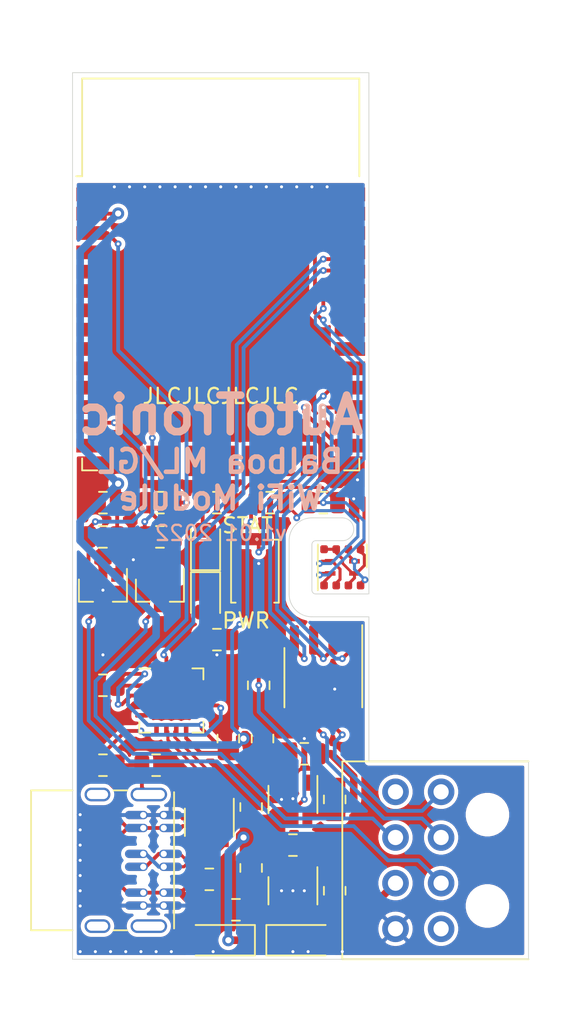
<source format=kicad_pcb>
(kicad_pcb (version 20171130) (host pcbnew "(5.1.5)-2")
  (layers (0 F.Cu signal) (31 B.Cu signal) (34 B.Paste user) (35 F.Paste user) (36 B.SilkS user) (37 F.SilkS user) (38 B.Mask user) (39 F.Mask user) (44 Edge.Cuts user))
  (net 0 "")
  (net 1 +3V3)
  (net 2 GND)
  (net 3 "Net-(C5-Pad1)")
  (net 4 "Net-(C7-Pad1)")
  (net 5 +5V)
  (net 6 VBUS)
  (net 7 /+9.7v)
  (net 8 "Net-(D3-Pad2)")
  (net 9 /CON.D+)
  (net 10 /CON.D-)
  (net 11 /B)
  (net 12 "Net-(J2-Pad2)")
  (net 13 /A)
  (net 14 /DigitalPin)
  (net 15 /Panel~CS)
  (net 16 "Net-(J2-Pad7)")
  (net 17 /L.Panel~CS)
  (net 18 /L.DigitalPin)
  (net 19 "Net-(R1-Pad1)")
  (net 20 /TxD)
  (net 21 "Net-(U1-Pad4)")
  (net 22 "Net-(U1-Pad5)")
  (net 23 /FT.D+)
  (net 24 /FT.D-)
  (net 25 "Net-(U1-Pad9)")
  (net 26 "Net-(U1-Pad11)")
  (net 27 "Net-(U1-Pad12)")
  (net 28 "Net-(U1-Pad14)")
  (net 29 /RxD)
  (net 30 "Net-(U1-Pad16)")
  (net 31 "Net-(U3-Pad4)")
  (net 32 "Net-(U3-Pad5)")
  (net 33 "Net-(U3-Pad6)")
  (net 34 "Net-(U3-Pad7)")
  (net 35 "Net-(U3-Pad8)")
  (net 36 "Net-(U3-Pad9)")
  (net 37 "Net-(U3-Pad10)")
  (net 38 "Net-(U3-Pad11)")
  (net 39 "Net-(U3-Pad12)")
  (net 40 "Net-(U3-Pad14)")
  (net 41 "Net-(U3-Pad17)")
  (net 42 "Net-(U3-Pad18)")
  (net 43 "Net-(U3-Pad19)")
  (net 44 "Net-(U3-Pad20)")
  (net 45 "Net-(U3-Pad21)")
  (net 46 "Net-(U3-Pad22)")
  (net 47 /LED)
  (net 48 /BOOT)
  (net 49 /RxD2)
  (net 50 /TxD2)
  (net 51 /~SS)
  (net 52 /SCK)
  (net 53 /MISO)
  (net 54 "Net-(U3-Pad32)")
  (net 55 /SDA)
  (net 56 /SCL)
  (net 57 /MOSI)
  (net 58 "Net-(U3-Pad23)")
  (net 59 /RD)
  (net 60 "Net-(D4-Pad2)")
  (net 61 "Net-(C3-Pad1)")
  (net 62 "Net-(C7-Pad2)")
  (net 63 "Net-(C8-Pad2)")
  (net 64 "Net-(C8-Pad1)")
  (net 65 "Net-(C12-Pad1)")
  (module UserParts:USB_C_Receptacle_GCT_USB4085_USB2.0 (layer F.Cu) (at 6 45.25 270)
    (fp_text reference J1 hide)
    (fp_text value USB4085-GF-A)
    (pad S1 thru_hole oval (at 4.325 4.36 270) (size 0.9 1.7) (drill oval 0.6 1.4) (layers *.Cu *.Mask) (net 3 "Net-(C5-Pad1)"))
    (pad S1 thru_hole oval (at -4.325 4.36 270) (size 0.9 1.7) (drill oval 0.6 1.4) (layers *.Cu *.Mask) (net 3 "Net-(C5-Pad1)"))
    (pad S1 thru_hole oval (at 4.325 0.98 270) (size 0.9 2.4) (drill oval 0.6 2.1) (layers *.Cu *.Mask) (net 3 "Net-(C5-Pad1)"))
    (pad S1 thru_hole oval (at -4.325 0.98 270) (size 0.9 2.4) (drill oval 0.6 2.1) (layers *.Cu *.Mask) (net 3 "Net-(C5-Pad1)"))
    (pad B6 thru_hole oval (at 0.425 1.35 270) (size 0.55 1.5) (drill 0.4 (offset 0 0.45)) (layers *.Cu *.Mask) (net 9 /CON.D+))
    (pad B1 thru_hole oval (at 2.975 1.35 270) (size 0.55 1.5) (drill 0.4 (offset 0 0.45)) (layers *.Cu *.Mask) (net 2 GND))
    (pad B4 thru_hole oval (at 2.125 1.35 270) (size 0.55 1.5) (drill 0.4 (offset 0 0.45)) (layers *.Cu *.Mask) (net 6 VBUS))
    (pad "" np_thru_hole circle (at 1.275 1.35 270) (size 0.4 0.4) (drill 0.4) (layers *.Cu *.Mask))
    (pad B12 thru_hole oval (at -2.975 1.35 270) (size 0.55 1.5) (drill 0.4 (offset 0 0.45)) (layers *.Cu *.Mask) (net 2 GND))
    (pad "" np_thru_hole circle (at -1.275 1.35 270) (size 0.4 0.4) (drill 0.4) (layers *.Cu *.Mask))
    (pad B7 thru_hole oval (at -0.425 1.35 270) (size 0.55 1.5) (drill 0.4 (offset 0 0.45)) (layers *.Cu *.Mask) (net 10 /CON.D-))
    (pad B9 thru_hole oval (at -2.125 1.35 270) (size 0.55 1.5) (drill 0.4 (offset 0 0.45)) (layers *.Cu *.Mask) (net 6 VBUS))
    (pad A12 thru_hole oval (at 2.975 0 270) (size 0.55 1.5) (drill 0.4 (offset 0 -0.45)) (layers *.Cu *.Mask) (net 2 GND))
    (pad A9 thru_hole oval (at 2.125 0 270) (size 0.55 1.5) (drill 0.4 (offset 0 -0.45)) (layers *.Cu *.Mask) (net 6 VBUS))
    (pad "" np_thru_hole circle (at 1.275 0 270) (size 0.4 0.4) (drill 0.4) (layers *.Cu *.Mask))
    (pad A7 thru_hole oval (at 0.425 0 270) (size 0.55 1.5) (drill 0.4 (offset 0 -0.45)) (layers *.Cu *.Mask) (net 10 /CON.D-))
    (pad A6 thru_hole oval (at -0.425 0 270) (size 0.55 1.5) (drill 0.4 (offset 0 -0.45)) (layers *.Cu *.Mask) (net 9 /CON.D+))
    (pad "" np_thru_hole circle (at -1.275 0 270) (size 0.4 0.4) (drill 0.4) (layers *.Cu *.Mask))
    (pad A4 thru_hole oval (at -2.125 0 270) (size 0.55 1.5) (drill 0.4 (offset 0 -0.45)) (layers *.Cu *.Mask) (net 6 VBUS))
    (pad A1 thru_hole oval (at -2.975 0 270) (size 0.55 1.5) (drill 0.4 (offset 0 -0.45)) (layers *.Cu *.Mask) (net 2 GND))
  )
  (module Capacitor_SMD:C_0805_2012Metric (layer F.Cu) (at 2 21.75 180)
    (fp_text reference C1 hide)
    (fp_text value 100nF)
    (pad 1 smd roundrect (at -0.9375 0 180) (size 0.975 1.4) (layers F.Cu F.Paste F.Mask) (net 1 +3V3))
    (pad 2 smd roundrect (at 0.9375 0 180) (size 0.975 1.4) (layers F.Cu F.Paste F.Mask) (net 2 GND))
  )
  (module Capacitor_SMD:C_0805_2012Metric (layer F.Cu) (at 9 46.5)
    (fp_text reference C2 hide)
    (fp_text value 100nF)
    (pad 2 smd roundrect (at 0.9375 0) (size 0.975 1.4) (layers F.Cu F.Paste F.Mask) (net 2 GND))
    (pad 1 smd roundrect (at -0.9375 0) (size 0.975 1.4) (layers F.Cu F.Paste F.Mask) (net 6 VBUS))
  )
  (module Capacitor_SMD:C_0805_2012Metric (layer F.Cu) (at 2 33.75 180)
    (fp_text reference C3 hide)
    (fp_text value 100nF)
    (pad 2 smd roundrect (at 0.9375 0 180) (size 0.975 1.4) (layers F.Cu F.Paste F.Mask) (net 2 GND))
    (pad 1 smd roundrect (at -0.9375 0 180) (size 0.975 1.4) (layers F.Cu F.Paste F.Mask) (net 61 "Net-(C3-Pad1)"))
  )
  (module Capacitor_SMD:C_0805_2012Metric (layer F.Cu) (at 10.25 37.25 90)
    (fp_text reference C4 hide)
    (fp_text value 100nF)
    (pad 1 smd roundrect (at -0.9375 0 90) (size 0.975 1.4) (layers F.Cu F.Paste F.Mask) (net 61 "Net-(C3-Pad1)"))
    (pad 2 smd roundrect (at 0.9375 0 90) (size 0.975 1.4) (layers F.Cu F.Paste F.Mask) (net 2 GND))
  )
  (module Capacitor_SMD:C_0805_2012Metric (layer F.Cu) (at 5.5 39)
    (fp_text reference C5 hide)
    (fp_text value 100nF)
    (pad 2 smd roundrect (at 0.9375 0) (size 0.975 1.4) (layers F.Cu F.Paste F.Mask) (net 2 GND))
    (pad 1 smd roundrect (at -0.9375 0) (size 0.975 1.4) (layers F.Cu F.Paste F.Mask) (net 3 "Net-(C5-Pad1)"))
  )
  (module Capacitor_SMD:C_0805_2012Metric (layer F.Cu) (at 12.25 33.75 270)
    (fp_text reference C6 hide)
    (fp_text value 100nF)
    (pad 1 smd roundrect (at -0.9375 0 270) (size 0.975 1.4) (layers F.Cu F.Paste F.Mask) (net 5 +5V))
    (pad 2 smd roundrect (at 0.9375 0 270) (size 0.975 1.4) (layers F.Cu F.Paste F.Mask) (net 2 GND))
  )
  (module Package_TO_SOT_SMD:SOT-23 (layer F.Cu) (at 2 27.5 270)
    (fp_text reference Q1 hide)
    (fp_text value BSS138)
    (pad 3 smd rect (at 1 0 270) (size 0.9 0.8) (layers F.Cu F.Paste F.Mask) (net 15 /Panel~CS))
    (pad 2 smd rect (at -1 0.95 270) (size 0.9 0.8) (layers F.Cu F.Paste F.Mask) (net 17 /L.Panel~CS))
    (pad 1 smd rect (at -1 -0.95 270) (size 0.9 0.8) (layers F.Cu F.Paste F.Mask) (net 1 +3V3))
  )
  (module Package_TO_SOT_SMD:SOT-23 (layer F.Cu) (at 5.75 27.5 270)
    (fp_text reference Q2 hide)
    (fp_text value BSS138)
    (pad 1 smd rect (at -1 -0.95 270) (size 0.9 0.8) (layers F.Cu F.Paste F.Mask) (net 1 +3V3))
    (pad 2 smd rect (at -1 0.95 270) (size 0.9 0.8) (layers F.Cu F.Paste F.Mask) (net 18 /L.DigitalPin))
    (pad 3 smd rect (at 1 0 270) (size 0.9 0.8) (layers F.Cu F.Paste F.Mask) (net 14 /DigitalPin))
  )
  (module Resistor_SMD:R_0805_2012Metric (layer F.Cu) (at 5.75 21.75 180)
    (fp_text reference R1 hide)
    (fp_text value 10K)
    (pad 2 smd roundrect (at 0.9375 0 180) (size 0.975 1.4) (layers F.Cu F.Paste F.Mask) (net 1 +3V3))
    (pad 1 smd roundrect (at -0.9375 0 180) (size 0.975 1.4) (layers F.Cu F.Paste F.Mask) (net 19 "Net-(R1-Pad1)"))
  )
  (module Resistor_SMD:R_0805_2012Metric (layer F.Cu) (at 2 39)
    (fp_text reference R2 hide)
    (fp_text value 100K)
    (pad 1 smd roundrect (at -0.9375 0) (size 0.975 1.4) (layers F.Cu F.Paste F.Mask) (net 2 GND))
    (pad 2 smd roundrect (at 0.9375 0) (size 0.975 1.4) (layers F.Cu F.Paste F.Mask) (net 3 "Net-(C5-Pad1)"))
  )
  (module Resistor_SMD:R_0805_2012Metric (layer F.Cu) (at 2 24)
    (fp_text reference R3 hide)
    (fp_text value 10K)
    (pad 1 smd roundrect (at -0.9375 0) (size 0.975 1.4) (layers F.Cu F.Paste F.Mask) (net 17 /L.Panel~CS))
    (pad 2 smd roundrect (at 0.9375 0) (size 0.975 1.4) (layers F.Cu F.Paste F.Mask) (net 1 +3V3))
  )
  (module Resistor_SMD:R_0805_2012Metric (layer F.Cu) (at 5.75 24)
    (fp_text reference R5 hide)
    (fp_text value 10K)
    (pad 1 smd roundrect (at -0.9375 0) (size 0.975 1.4) (layers F.Cu F.Paste F.Mask) (net 18 /L.DigitalPin))
    (pad 2 smd roundrect (at 0.9375 0) (size 0.975 1.4) (layers F.Cu F.Paste F.Mask) (net 1 +3V3))
  )
  (module Resistor_SMD:R_0805_2012Metric (layer F.Cu) (at 9.5 30.75)
    (fp_text reference R7 hide)
    (fp_text value 1K)
    (pad 1 smd roundrect (at -0.9375 0) (size 0.975 1.4) (layers F.Cu F.Paste F.Mask) (net 8 "Net-(D3-Pad2)"))
    (pad 2 smd roundrect (at 0.9375 0) (size 0.975 1.4) (layers F.Cu F.Paste F.Mask) (net 1 +3V3))
  )
  (module Package_DFN_QFN:QFN-16-1EP_4x4mm_P0.65mm_EP2.1x2.1mm (layer F.Cu) (at 6.5 34.75)
    (fp_text reference U1 hide)
    (fp_text value FT230XQ)
    (pad 17 smd roundrect (at 0 0) (size 2.1 2.1) (layers F.Cu F.Mask) (roundrect_rratio 0.119048) (net 2 GND))
    (pad 1 smd roundrect (at -1.95 -0.975) (size 0.85 0.3) (layers F.Cu F.Paste F.Mask) (net 61 "Net-(C3-Pad1)"))
    (pad 2 smd roundrect (at -1.95 -0.325) (size 0.85 0.3) (layers F.Cu F.Paste F.Mask) (net 20 /TxD))
    (pad 3 smd roundrect (at -1.95 0.325) (size 0.85 0.3) (layers F.Cu F.Paste F.Mask) (net 2 GND))
    (pad 4 smd roundrect (at -1.95 0.975) (size 0.85 0.3) (layers F.Cu F.Paste F.Mask) (net 21 "Net-(U1-Pad4)"))
    (pad 5 smd roundrect (at -0.975 1.95) (size 0.3 0.85) (layers F.Cu F.Paste F.Mask) (net 22 "Net-(U1-Pad5)"))
    (pad 6 smd roundrect (at -0.325 1.95) (size 0.3 0.85) (layers F.Cu F.Paste F.Mask) (net 23 /FT.D+))
    (pad 7 smd roundrect (at 0.325 1.95) (size 0.3 0.85) (layers F.Cu F.Paste F.Mask) (net 24 /FT.D-))
    (pad 8 smd roundrect (at 0.975 1.95) (size 0.3 0.85) (layers F.Cu F.Paste F.Mask) (net 61 "Net-(C3-Pad1)"))
    (pad 9 smd roundrect (at 1.95 0.975) (size 0.85 0.3) (layers F.Cu F.Paste F.Mask) (net 25 "Net-(U1-Pad9)"))
    (pad 10 smd roundrect (at 1.95 0.325) (size 0.85 0.3) (layers F.Cu F.Paste F.Mask) (net 6 VBUS))
    (pad 11 smd roundrect (at 1.95 -0.325) (size 0.85 0.3) (layers F.Cu F.Paste F.Mask) (net 26 "Net-(U1-Pad11)"))
    (pad 12 smd roundrect (at 1.95 -0.975) (size 0.85 0.3) (layers F.Cu F.Paste F.Mask) (net 27 "Net-(U1-Pad12)"))
    (pad 13 smd roundrect (at 0.975 -1.95) (size 0.3 0.85) (layers F.Cu F.Paste F.Mask) (net 2 GND))
    (pad 14 smd roundrect (at 0.325 -1.95) (size 0.3 0.85) (layers F.Cu F.Paste F.Mask) (net 28 "Net-(U1-Pad14)"))
    (pad 15 smd roundrect (at -0.325 -1.95) (size 0.3 0.85) (layers F.Cu F.Paste F.Mask) (net 29 /RxD))
    (pad 16 smd roundrect (at -0.975 -1.95) (size 0.3 0.85) (layers F.Cu F.Paste F.Mask) (net 30 "Net-(U1-Pad16)"))
  )
  (module Package_TO_SOT_SMD:SOT-23-6 (layer F.Cu) (at 9 42.75 270)
    (fp_text reference U2 hide)
    (fp_text value USBLC6-2SC6)
    (pad 1 smd rect (at -1.1 -0.95 270) (size 1.06 0.65) (layers F.Cu F.Paste F.Mask) (net 24 /FT.D-))
    (pad 2 smd rect (at -1.1 0 270) (size 1.06 0.65) (layers F.Cu F.Paste F.Mask) (net 2 GND))
    (pad 3 smd rect (at -1.1 0.95 270) (size 1.06 0.65) (layers F.Cu F.Paste F.Mask) (net 23 /FT.D+))
    (pad 4 smd rect (at 1.1 0.95 270) (size 1.06 0.65) (layers F.Cu F.Paste F.Mask) (net 9 /CON.D+))
    (pad 6 smd rect (at 1.1 -0.95 270) (size 1.06 0.65) (layers F.Cu F.Paste F.Mask) (net 10 /CON.D-))
    (pad 5 smd rect (at 1.1 0 270) (size 1.06 0.65) (layers F.Cu F.Paste F.Mask) (net 6 VBUS))
  )
  (module RF_Module:ESP32-WROOM-32 (layer F.Cu) (at 9.75 9.75)
    (fp_text reference U3 hide)
    (fp_text value ESP32-WROOM-32)
    (pad 39 smd rect (at -1 -0.755) (size 5 5) (layers F.Cu F.Paste F.Mask) (net 2 GND))
    (pad 1 smd rect (at -8.5 -8.255) (size 2 0.9) (layers F.Cu F.Paste F.Mask) (net 2 GND))
    (pad 2 smd rect (at -8.5 -6.985) (size 2 0.9) (layers F.Cu F.Paste F.Mask) (net 1 +3V3))
    (pad 3 smd rect (at -8.5 -5.715) (size 2 0.9) (layers F.Cu F.Paste F.Mask) (net 19 "Net-(R1-Pad1)"))
    (pad 4 smd rect (at -8.5 -4.445) (size 2 0.9) (layers F.Cu F.Paste F.Mask) (net 31 "Net-(U3-Pad4)"))
    (pad 5 smd rect (at -8.5 -3.175) (size 2 0.9) (layers F.Cu F.Paste F.Mask) (net 32 "Net-(U3-Pad5)"))
    (pad 6 smd rect (at -8.5 -1.905) (size 2 0.9) (layers F.Cu F.Paste F.Mask) (net 33 "Net-(U3-Pad6)"))
    (pad 7 smd rect (at -8.5 -0.635) (size 2 0.9) (layers F.Cu F.Paste F.Mask) (net 34 "Net-(U3-Pad7)"))
    (pad 8 smd rect (at -8.5 0.635) (size 2 0.9) (layers F.Cu F.Paste F.Mask) (net 35 "Net-(U3-Pad8)"))
    (pad 9 smd rect (at -8.5 1.905) (size 2 0.9) (layers F.Cu F.Paste F.Mask) (net 36 "Net-(U3-Pad9)"))
    (pad 10 smd rect (at -8.5 3.175) (size 2 0.9) (layers F.Cu F.Paste F.Mask) (net 37 "Net-(U3-Pad10)"))
    (pad 11 smd rect (at -8.5 4.445) (size 2 0.9) (layers F.Cu F.Paste F.Mask) (net 38 "Net-(U3-Pad11)"))
    (pad 12 smd rect (at -8.5 5.715) (size 2 0.9) (layers F.Cu F.Paste F.Mask) (net 39 "Net-(U3-Pad12)"))
    (pad 13 smd rect (at -8.5 6.985) (size 2 0.9) (layers F.Cu F.Paste F.Mask) (net 17 /L.Panel~CS))
    (pad 14 smd rect (at -8.5 8.255) (size 2 0.9) (layers F.Cu F.Paste F.Mask) (net 40 "Net-(U3-Pad14)"))
    (pad 15 smd rect (at -5.715 9.255 90) (size 2 0.9) (layers F.Cu F.Paste F.Mask) (net 2 GND))
    (pad 16 smd rect (at -4.445 9.255 90) (size 2 0.9) (layers F.Cu F.Paste F.Mask) (net 18 /L.DigitalPin))
    (pad 17 smd rect (at -3.175 9.255 90) (size 2 0.9) (layers F.Cu F.Paste F.Mask) (net 41 "Net-(U3-Pad17)"))
    (pad 18 smd rect (at -1.905 9.255 90) (size 2 0.9) (layers F.Cu F.Paste F.Mask) (net 42 "Net-(U3-Pad18)"))
    (pad 19 smd rect (at -0.635 9.255 90) (size 2 0.9) (layers F.Cu F.Paste F.Mask) (net 43 "Net-(U3-Pad19)"))
    (pad 20 smd rect (at 0.635 9.255 90) (size 2 0.9) (layers F.Cu F.Paste F.Mask) (net 44 "Net-(U3-Pad20)"))
    (pad 21 smd rect (at 1.905 9.255 90) (size 2 0.9) (layers F.Cu F.Paste F.Mask) (net 45 "Net-(U3-Pad21)"))
    (pad 22 smd rect (at 3.175 9.255 90) (size 2 0.9) (layers F.Cu F.Paste F.Mask) (net 46 "Net-(U3-Pad22)"))
    (pad 23 smd rect (at 4.445 9.255 90) (size 2 0.9) (layers F.Cu F.Paste F.Mask) (net 58 "Net-(U3-Pad23)"))
    (pad 24 smd rect (at 5.715 9.255 90) (size 2 0.9) (layers F.Cu F.Paste F.Mask) (net 47 /LED))
    (pad 25 smd rect (at 8.5 8.255) (size 2 0.9) (layers F.Cu F.Paste F.Mask) (net 48 /BOOT))
    (pad 26 smd rect (at 8.5 6.985) (size 2 0.9) (layers F.Cu F.Paste F.Mask) (net 59 /RD))
    (pad 27 smd rect (at 8.5 5.715) (size 2 0.9) (layers F.Cu F.Paste F.Mask) (net 49 /RxD2))
    (pad 28 smd rect (at 8.5 4.445) (size 2 0.9) (layers F.Cu F.Paste F.Mask) (net 50 /TxD2))
    (pad 29 smd rect (at 8.5 3.175) (size 2 0.9) (layers F.Cu F.Paste F.Mask) (net 51 /~SS))
    (pad 30 smd rect (at 8.5 1.905) (size 2 0.9) (layers F.Cu F.Paste F.Mask) (net 52 /SCK))
    (pad 31 smd rect (at 8.5 0.635) (size 2 0.9) (layers F.Cu F.Paste F.Mask) (net 53 /MISO))
    (pad 32 smd rect (at 8.5 -0.635) (size 2 0.9) (layers F.Cu F.Paste F.Mask) (net 54 "Net-(U3-Pad32)"))
    (pad 33 smd rect (at 8.5 -1.905) (size 2 0.9) (layers F.Cu F.Paste F.Mask) (net 55 /SDA))
    (pad 34 smd rect (at 8.5 -3.175) (size 2 0.9) (layers F.Cu F.Paste F.Mask) (net 29 /RxD))
    (pad 35 smd rect (at 8.5 -4.445) (size 2 0.9) (layers F.Cu F.Paste F.Mask) (net 20 /TxD))
    (pad 36 smd rect (at 8.5 -5.715) (size 2 0.9) (layers F.Cu F.Paste F.Mask) (net 56 /SCL))
    (pad 37 smd rect (at 8.5 -6.985) (size 2 0.9) (layers F.Cu F.Paste F.Mask) (net 57 /MOSI))
    (pad 38 smd rect (at 8.5 -8.255) (size 2 0.9) (layers F.Cu F.Paste F.Mask) (net 2 GND))
  )
  (module Package_SO:SOIC-8_3.9x4.9mm_P1.27mm (layer F.Cu) (at 16.5 33.25 270)
    (fp_text reference U4 hide)
    (fp_text value MAX485E)
    (pad 1 smd roundrect (at -2.475 -1.905 270) (size 1.95 0.6) (layers F.Cu F.Paste F.Mask) (net 49 /RxD2))
    (pad 2 smd roundrect (at -2.475 -0.635 270) (size 1.95 0.6) (layers F.Cu F.Paste F.Mask) (net 59 /RD))
    (pad 3 smd roundrect (at -2.475 0.635 270) (size 1.95 0.6) (layers F.Cu F.Paste F.Mask) (net 59 /RD))
    (pad 4 smd roundrect (at -2.475 1.905 270) (size 1.95 0.6) (layers F.Cu F.Paste F.Mask) (net 50 /TxD2))
    (pad 5 smd roundrect (at 2.475 1.905 270) (size 1.95 0.6) (layers F.Cu F.Paste F.Mask) (net 2 GND))
    (pad 6 smd roundrect (at 2.475 0.635 270) (size 1.95 0.6) (layers F.Cu F.Paste F.Mask) (net 13 /A))
    (pad 7 smd roundrect (at 2.475 -0.635 270) (size 1.95 0.6) (layers F.Cu F.Paste F.Mask) (net 11 /B))
    (pad 8 smd roundrect (at 2.475 -1.905 270) (size 1.95 0.6) (layers F.Cu F.Paste F.Mask) (net 5 +5V))
  )
  (module Diode_SMD:D_SOD-123 (layer F.Cu) (at 9.75 50.5 180)
    (fp_text reference D1 hide)
    (fp_text value 1N5819WS)
    (pad 1 smd rect (at -1.65 0 180) (size 0.9 1.2) (layers F.Cu F.Paste F.Mask) (net 5 +5V))
    (pad 2 smd rect (at 1.65 0 180) (size 0.9 1.2) (layers F.Cu F.Paste F.Mask) (net 6 VBUS))
  )
  (module LED_SMD:LED_0805_2012Metric (layer F.Cu) (at 8.75 28 270)
    (fp_text reference D3 hide)
    (fp_text value LED)
    (pad 1 smd roundrect (at -0.9375 0 270) (size 0.975 1.4) (layers F.Cu F.Paste F.Mask) (net 2 GND))
    (pad 2 smd roundrect (at 0.9375 0 270) (size 0.975 1.4) (layers F.Cu F.Paste F.Mask) (net 8 "Net-(D3-Pad2)"))
  )
  (module LED_SMD:LED_0805_2012Metric (layer F.Cu) (at 8.75 24.5 90)
    (fp_text reference D4 hide)
    (fp_text value LED)
    (pad 2 smd roundrect (at 0.9375 0 90) (size 0.975 1.4) (layers F.Cu F.Paste F.Mask) (net 60 "Net-(D4-Pad2)"))
    (pad 1 smd roundrect (at -0.9375 0 90) (size 0.975 1.4) (layers F.Cu F.Paste F.Mask) (net 2 GND))
  )
  (module Resistor_SMD:R_0805_2012Metric (layer F.Cu) (at 9.5 21.75)
    (fp_text reference R8 hide)
    (fp_text value 1K)
    (pad 1 smd roundrect (at -0.9375 0) (size 0.975 1.4) (layers F.Cu F.Paste F.Mask) (net 60 "Net-(D4-Pad2)"))
    (pad 2 smd roundrect (at 0.9375 0) (size 0.975 1.4) (layers F.Cu F.Paste F.Mask) (net 47 /LED))
  )
  (module UserParts:Molex_MicroFit-3.0_44764-0801 (layer F.Cu) (at 22.75 45.25)
    (fp_text reference J2 hide)
    (fp_text value Balboa)
    (pad 1 thru_hole circle (at 1.5 -4.5) (size 1.75 1.75) (drill 1) (layers *.Cu *.Mask) (net 11 /B))
    (pad 2 thru_hole circle (at -1.5 -4.5) (size 1.75 1.75) (drill 1) (layers *.Cu *.Mask) (net 12 "Net-(J2-Pad2)"))
    (pad 3 thru_hole circle (at 1.5 -1.5) (size 1.75 1.75) (drill 1) (layers *.Cu *.Mask) (net 13 /A))
    (pad 4 thru_hole circle (at -1.5 -1.5) (size 1.75 1.75) (drill 1) (layers *.Cu *.Mask) (net 14 /DigitalPin))
    (pad 5 thru_hole circle (at 1.5 1.5) (size 1.75 1.75) (drill 1) (layers *.Cu *.Mask) (net 15 /Panel~CS))
    (pad 6 thru_hole circle (at -1.5 1.5) (size 1.75 1.75) (drill 1) (layers *.Cu *.Mask) (net 7 /+9.7v))
    (pad 7 thru_hole circle (at 1.5 4.5) (size 1.75 1.75) (drill 1) (layers *.Cu *.Mask) (net 16 "Net-(J2-Pad7)"))
    (pad 8 thru_hole circle (at -1.5 4.5) (size 1.75 1.75) (drill 1) (layers *.Cu *.Mask) (net 2 GND))
    (pad "" np_thru_hole circle (at 4.55 -3) (size 2.36 2.36) (drill 2.36) (layers *.Cu *.Mask))
    (pad "" np_thru_hole circle (at 4.55 3) (size 2.36 2.36) (drill 2.36) (layers *.Cu *.Mask))
  )
  (module Diode_SMD:D_SOD-123 (layer F.Cu) (at 15 50.5)
    (fp_text reference D2 hide)
    (fp_text value 1N4148WS)
    (pad 1 smd rect (at -1.65 0) (size 0.9 1.2) (layers F.Cu F.Paste F.Mask) (net 65 "Net-(C12-Pad1)"))
    (pad 2 smd rect (at 1.65 0) (size 0.9 1.2) (layers F.Cu F.Paste F.Mask) (net 7 /+9.7v))
  )
  (module Button_Switch_SMD:SW_Push_SPST_NO_Alps_SKRK (layer F.Cu) (at 12 26.25 270)
    (fp_text reference SW1 hide)
    (fp_text value BOOT)
    (pad 2 smd roundrect (at 2.1 0 270) (size 0.8 2) (layers F.Cu F.Paste F.Mask) (net 2 GND))
    (pad 1 smd roundrect (at -2.1 0 270) (size 0.8 2) (layers F.Cu F.Paste F.Mask) (net 48 /BOOT))
  )
  (module Resistor_SMD:R_0805_2012Metric (layer F.Cu) (at 13 21.75 180)
    (fp_text reference R9 hide)
    (fp_text value 10K)
    (pad 2 smd roundrect (at 0.9375 0 180) (size 0.975 1.4) (layers F.Cu F.Paste F.Mask) (net 1 +3V3))
    (pad 1 smd roundrect (at -0.9375 0 180) (size 0.975 1.4) (layers F.Cu F.Paste F.Mask) (net 55 /SDA))
  )
  (module Resistor_SMD:R_0805_2012Metric (layer F.Cu) (at 16.5 21.75)
    (fp_text reference R10 hide)
    (fp_text value 10K)
    (pad 1 smd roundrect (at -0.9375 0) (size 0.975 1.4) (layers F.Cu F.Paste F.Mask) (net 56 /SCL))
    (pad 2 smd roundrect (at 0.9375 0) (size 0.975 1.4) (layers F.Cu F.Paste F.Mask) (net 1 +3V3))
  )
  (module Package_LGA:Bosch_LGA-8_3x3mm_P0.8mm_ClockwisePinNumbering (layer F.Cu) (at 17.75 26 180)
    (fp_text reference U7 hide)
    (fp_text value BME680)
    (pad 1 smd roundrect (at -1.2 -1.1875 180) (size 0.5 0.525) (layers F.Cu F.Paste F.Mask) (net 2 GND))
    (pad 2 smd roundrect (at -0.4 -1.1875 180) (size 0.5 0.525) (layers F.Cu F.Paste F.Mask) (net 1 +3V3))
    (pad 3 smd roundrect (at 0.4 -1.1875 180) (size 0.5 0.525) (layers F.Cu F.Paste F.Mask) (net 55 /SDA))
    (pad 4 smd roundrect (at 1.2 -1.1875 180) (size 0.5 0.525) (layers F.Cu F.Paste F.Mask) (net 56 /SCL))
    (pad 5 smd roundrect (at 1.2 1.1875 180) (size 0.5 0.525) (layers F.Cu F.Paste F.Mask) (net 1 +3V3))
    (pad 6 smd roundrect (at 0.4 1.1875 180) (size 0.5 0.525) (layers F.Cu F.Paste F.Mask) (net 1 +3V3))
    (pad 7 smd roundrect (at -0.4 1.1875 180) (size 0.5 0.525) (layers F.Cu F.Paste F.Mask) (net 2 GND))
    (pad 8 smd roundrect (at -1.2 1.1875 180) (size 0.5 0.525) (layers F.Cu F.Paste F.Mask) (net 1 +3V3))
  )
  (module Capacitor_SMD:C_0805_2012Metric (layer F.Cu) (at 17.25 41.25 90)
    (fp_text reference C7 hide)
    (fp_text value 100nF)
    (pad 1 smd roundrect (at -0.9375 0 90) (size 0.975 1.4) (layers F.Cu F.Paste F.Mask) (net 4 "Net-(C7-Pad1)"))
    (pad 2 smd roundrect (at 0.9375 0 90) (size 0.975 1.4) (layers F.Cu F.Paste F.Mask) (net 62 "Net-(C7-Pad2)"))
  )
  (module Capacitor_SMD:C_0805_2012Metric (layer F.Cu) (at 17.25 47.25 90)
    (fp_text reference C8 hide)
    (fp_text value 100nF)
    (pad 2 smd roundrect (at 0.9375 0 90) (size 0.975 1.4) (layers F.Cu F.Paste F.Mask) (net 63 "Net-(C8-Pad2)"))
    (pad 1 smd roundrect (at -0.9375 0 90) (size 0.975 1.4) (layers F.Cu F.Paste F.Mask) (net 64 "Net-(C8-Pad1)"))
  )
  (module Capacitor_SMD:C_0805_2012Metric (layer F.Cu) (at 12.5 37.25 90)
    (fp_text reference C9 hide)
    (fp_text value 10uF)
    (pad 1 smd roundrect (at -0.9375 0 90) (size 0.975 1.4) (layers F.Cu F.Paste F.Mask) (net 1 +3V3))
    (pad 2 smd roundrect (at 0.9375 0 90) (size 0.975 1.4) (layers F.Cu F.Paste F.Mask) (net 2 GND))
  )
  (module Capacitor_SMD:C_0805_2012Metric (layer F.Cu) (at 11.75 41.75 90)
    (fp_text reference C10 hide)
    (fp_text value 2.2uF)
    (pad 1 smd roundrect (at -0.9375 0 90) (size 0.975 1.4) (layers F.Cu F.Paste F.Mask) (net 5 +5V))
    (pad 2 smd roundrect (at 0.9375 0 90) (size 0.975 1.4) (layers F.Cu F.Paste F.Mask) (net 2 GND))
  )
  (module Capacitor_SMD:C_0805_2012Metric (layer F.Cu) (at 11.75 45.75 270)
    (fp_text reference C11 hide)
    (fp_text value 10uF)
    (pad 2 smd roundrect (at 0.9375 0 270) (size 0.975 1.4) (layers F.Cu F.Paste F.Mask) (net 2 GND))
    (pad 1 smd roundrect (at -0.9375 0 270) (size 0.975 1.4) (layers F.Cu F.Paste F.Mask) (net 5 +5V))
  )
  (module Capacitor_SMD:C_0805_2012Metric (layer F.Cu) (at 10.75 48.5 180)
    (fp_text reference C12 hide)
    (fp_text value 2.2uF)
    (pad 2 smd roundrect (at 0.9375 0 180) (size 0.975 1.4) (layers F.Cu F.Paste F.Mask) (net 2 GND))
    (pad 1 smd roundrect (at -0.9375 0 180) (size 0.975 1.4) (layers F.Cu F.Paste F.Mask) (net 65 "Net-(C12-Pad1)"))
  )
  (module Inductor_SMD:L_0805_2012Metric (layer F.Cu) (at 15.25 38.25 180)
    (fp_text reference L1 hide)
    (fp_text value 3.3uH)
    (pad 1 smd roundrect (at -0.9375 0 180) (size 0.975 1.4) (layers F.Cu F.Paste F.Mask) (net 4 "Net-(C7-Pad1)"))
    (pad 2 smd roundrect (at 0.9375 0 180) (size 0.975 1.4) (layers F.Cu F.Paste F.Mask) (net 1 +3V3))
  )
  (module Inductor_SMD:L_0805_2012Metric (layer F.Cu) (at 14.5 44.25 180)
    (fp_text reference L2 hide)
    (fp_text value 4.7uH)
    (pad 2 smd roundrect (at 0.9375 0 180) (size 0.975 1.4) (layers F.Cu F.Paste F.Mask) (net 5 +5V))
    (pad 1 smd roundrect (at -0.9375 0 180) (size 0.975 1.4) (layers F.Cu F.Paste F.Mask) (net 64 "Net-(C8-Pad1)"))
  )
  (module Package_TO_SOT_SMD:SOT-23-6 (layer F.Cu) (at 14.5 41.25 270)
    (fp_text reference U5 hide)
    (fp_text value LMR50410Y3FQDBVRQ1)
    (pad 1 smd rect (at -1.1 -0.95 270) (size 1.06 0.65) (layers F.Cu F.Paste F.Mask) (net 62 "Net-(C7-Pad2)"))
    (pad 2 smd rect (at -1.1 0 270) (size 1.06 0.65) (layers F.Cu F.Paste F.Mask) (net 2 GND))
    (pad 3 smd rect (at -1.1 0.95 270) (size 1.06 0.65) (layers F.Cu F.Paste F.Mask) (net 1 +3V3))
    (pad 4 smd rect (at 1.1 0.95 270) (size 1.06 0.65) (layers F.Cu F.Paste F.Mask) (net 5 +5V))
    (pad 6 smd rect (at 1.1 -0.95 270) (size 1.06 0.65) (layers F.Cu F.Paste F.Mask) (net 4 "Net-(C7-Pad1)"))
    (pad 5 smd rect (at 1.1 0 270) (size 1.06 0.65) (layers F.Cu F.Paste F.Mask) (net 5 +5V))
  )
  (module Package_TO_SOT_SMD:SOT-23-6 (layer F.Cu) (at 14.5 47.25 270)
    (fp_text reference U6 hide)
    (fp_text value LMR50410Y5FQDBVRQ1)
    (pad 5 smd rect (at 1.1 0 270) (size 1.06 0.65) (layers F.Cu F.Paste F.Mask) (net 65 "Net-(C12-Pad1)"))
    (pad 6 smd rect (at 1.1 -0.95 270) (size 1.06 0.65) (layers F.Cu F.Paste F.Mask) (net 64 "Net-(C8-Pad1)"))
    (pad 4 smd rect (at 1.1 0.95 270) (size 1.06 0.65) (layers F.Cu F.Paste F.Mask) (net 65 "Net-(C12-Pad1)"))
    (pad 3 smd rect (at -1.1 0.95 270) (size 1.06 0.65) (layers F.Cu F.Paste F.Mask) (net 5 +5V))
    (pad 2 smd rect (at -1.1 0 270) (size 1.06 0.65) (layers F.Cu F.Paste F.Mask) (net 2 GND))
    (pad 1 smd rect (at -1.1 -0.95 270) (size 1.06 0.65) (layers F.Cu F.Paste F.Mask) (net 63 "Net-(C8-Pad2)"))
  )
  (module UserParts:SHT4x (layer F.Cu) (at 17.75 26)
    (fp_text reference U8 hide)
    (fp_text value SHT45)
    (pad 1 smd rect (at -0.8 -0.4) (size 0.7 0.3) (layers F.Cu F.Paste F.Mask) (net 55 /SDA))
    (pad 2 smd rect (at -0.8 0.4) (size 0.7 0.3) (layers F.Cu F.Paste F.Mask) (net 56 /SCL))
    (pad 3 smd rect (at 0.8 0.4) (size 0.7 0.3) (layers F.Cu F.Paste F.Mask) (net 1 +3V3))
    (pad 4 smd rect (at 0.8 -0.4) (size 0.7 0.3) (layers F.Cu F.Paste F.Mask) (net 2 GND))
  )
  (gr_text "Balboa ML/GL\nWiFi Module" (at 9.75 20.25) (layer B.SilkS) (effects (font (size 1.5 1.5) (thickness 0.3)) (justify mirror)))
  (gr_line (start 19.5 29.25) (end 19.5 38.75) (layer Edge.Cuts) (width 0.05))
  (gr_line (start 15.75 29.25) (end 19.5 29.25) (layer Edge.Cuts) (width 0.05))
  (gr_line (start 16 27.75) (end 19.5 27.75) (layer Edge.Cuts) (width 0.05))
  (gr_line (start 14.25 24.25) (end 14.25 27.75) (layer Edge.Cuts) (width 0.05))
  (gr_line (start 15.75 24.5) (end 15.75 27.5) (layer Edge.Cuts) (width 0.05))
  (gr_arc (start 15.75 27.75) (end 14.25 27.75) (angle -90) (layer Edge.Cuts) (width 0.05))
  (gr_arc (start 16 27.5) (end 15.75 27.5) (angle -90) (layer Edge.Cuts) (width 0.05))
  (gr_line (start 17.75 22.75) (end 15.75 22.75) (layer Edge.Cuts) (width 0.05))
  (gr_line (start 17.75 24.25) (end 16 24.25) (layer Edge.Cuts) (width 0.05))
  (gr_arc (start 16 24.5) (end 16 24.25) (angle -90) (layer Edge.Cuts) (width 0.05))
  (gr_arc (start 15.75 24.25) (end 15.75 22.75) (angle -90) (layer Edge.Cuts) (width 0.05))
  (gr_arc (start 17.75 23.5) (end 17.75 24.25) (angle -180) (layer Edge.Cuts) (width 0.05))
  (gr_text JLCJLCJLCJLC (at 9.75 14.75) (layer F.SilkS) (effects (font (size 1 1))))
  (gr_text "v1.01 2022" (at 9.75 23.75) (layer B.SilkS) (effects (font (size 1 1)) (justify mirror)))
  (gr_text AutoTronic (at 9.75 16) (layer B.SilkS) (effects (font (size 2.4 2.4) (thickness 0.5)) (justify mirror)))
  (gr_text STAT (at 9.75 23.25) (layer F.SilkS) (effects (font (size 1 1)) (justify left)))
  (gr_text PWR (at 9.75 29.5) (layer F.SilkS) (effects (font (size 1 1)) (justify left)))
  (gr_line (start 19.5 -6.5) (end 0 -6.5) (layer Edge.Cuts) (width 0.05))
  (gr_line (start 19.5 27.75) (end 19.5 -6.5) (layer Edge.Cuts) (width 0.05))
  (gr_line (start 30 38.75) (end 19.5 38.75) (layer Edge.Cuts) (width 0.05))
  (gr_line (start 30 51.75) (end 30 38.75) (layer Edge.Cuts) (width 0.05))
  (gr_line (start 0 51.75) (end 30 51.75) (layer Edge.Cuts) (width 0.05))
  (gr_line (start 0 -6.5) (end 0 51.75) (layer Edge.Cuts) (width 0.05))
  (segment (start 2.9375 24) (end 2.9375 21.75) (width 0.25) (layer F.Cu) (net 1))
  (segment (start 6.6875 24) (end 6.6875 23.9375) (width 0.25) (layer F.Cu) (net 1))
  (segment (start 4.8125 22.0625) (end 4.8125 21.75) (width 0.25) (layer F.Cu) (net 1))
  (segment (start 6.6875 23.9375) (end 4.8125 22.0625) (width 0.25) (layer F.Cu) (net 1))
  (segment (start 2.9375 21.75) (end 4.8125 21.75) (width 0.25) (layer F.Cu) (net 1))
  (segment (start 2.95 24.0125) (end 2.9375 24) (width 0.25) (layer F.Cu) (net 1))
  (segment (start 2.95 26.5) (end 2.95 24.0125) (width 0.25) (layer F.Cu) (net 1))
  (segment (start 6.7 24.0125) (end 6.6875 24) (width 0.25) (layer F.Cu) (net 1))
  (segment (start 6.7 26.5) (end 6.7 24.0125) (width 0.25) (layer F.Cu) (net 1))
  (via (at 3 20.5) (size 0.8) (drill 0.4) (layers F.Cu B.Cu) (net 1))
  (via (at 3 2.75) (size 0.8) (drill 0.4) (layers F.Cu B.Cu) (net 1))
  (segment (start 3 20.5) (end 0.5 18) (width 0.5) (layer B.Cu) (net 1))
  (segment (start 0.5 5.25) (end 3 2.75) (width 0.5) (layer B.Cu) (net 1))
  (segment (start 0.5 18) (end 0.5 5.25) (width 0.5) (layer B.Cu) (net 1))
  (segment (start 2.985 2.765) (end 3 2.75) (width 0.25) (layer F.Cu) (net 1))
  (segment (start 1.25 2.765) (end 2.985 2.765) (width 0.25) (layer F.Cu) (net 1))
  (segment (start 2.9375 20.5625) (end 3 20.5) (width 0.5) (layer F.Cu) (net 1))
  (segment (start 2.9375 21.75) (end 2.9375 20.5625) (width 0.5) (layer F.Cu) (net 1))
  (segment (start 4.238176 37.67499) (end 10.82501 37.67499) (width 0.5) (layer B.Cu) (net 1))
  (segment (start 2.25 35.686814) (end 4.238176 37.67499) (width 0.5) (layer B.Cu) (net 1))
  (segment (start 2.25 33.75) (end 2.25 35.686814) (width 0.5) (layer B.Cu) (net 1))
  (segment (start 0.5 23) (end 0.5 24.25) (width 0.5) (layer B.Cu) (net 1))
  (segment (start 0.5 24.25) (end 5.5 29.25) (width 0.5) (layer B.Cu) (net 1))
  (segment (start 5.5 29.25) (end 5.5 30.5) (width 0.5) (layer B.Cu) (net 1))
  (segment (start 10.82501 37.67499) (end 11.25 37.25) (width 0.5) (layer B.Cu) (net 1))
  (segment (start 3 20.5) (end 0.5 23) (width 0.5) (layer B.Cu) (net 1))
  (segment (start 5.5 30.5) (end 2.25 33.75) (width 0.5) (layer B.Cu) (net 1))
  (via (at 11.75 23) (size 0.45) (drill 0.2) (layers F.Cu B.Cu) (net 1))
  (via (at 11 29.75) (size 0.45) (drill 0.2) (layers F.Cu B.Cu) (net 1))
  (segment (start 10.4375 30.3125) (end 11 29.75) (width 0.25) (layer F.Cu) (net 1))
  (segment (start 10.4375 30.75) (end 10.4375 30.3125) (width 0.25) (layer F.Cu) (net 1))
  (segment (start 12.0625 21.75) (end 13.06251 20.74999) (width 0.2) (layer F.Cu) (net 1))
  (segment (start 16.43749 20.74999) (end 17.4375 21.75) (width 0.2) (layer F.Cu) (net 1))
  (segment (start 13.06251 20.74999) (end 16.43749 20.74999) (width 0.2) (layer F.Cu) (net 1))
  (segment (start 18.95 24.8125) (end 18.95 24.55) (width 0.2) (layer F.Cu) (net 1))
  (segment (start 18.95 24.55) (end 19.17499 24.32501) (width 0.2) (layer F.Cu) (net 1))
  (segment (start 19.17499 24.32501) (end 19.17499 21.42499) (width 0.2) (layer F.Cu) (net 1))
  (segment (start 19.17499 21.42499) (end 18.724999 20.974999) (width 0.2) (layer F.Cu) (net 1))
  (segment (start 18.724999 20.974999) (end 18.025001 20.974999) (width 0.2) (layer F.Cu) (net 1))
  (segment (start 17.4375 21.5625) (end 17.4375 21.75) (width 0.2) (layer F.Cu) (net 1))
  (segment (start 18.025001 20.974999) (end 17.4375 21.5625) (width 0.2) (layer F.Cu) (net 1))
  (segment (start 17.35 24.8125) (end 16.55 24.8125) (width 0.2) (layer F.Cu) (net 1))
  (segment (start 11.75 22.0625) (end 12.0625 21.75) (width 0.25) (layer F.Cu) (net 1))
  (segment (start 11.75 23) (end 11.75 22.0625) (width 0.25) (layer F.Cu) (net 1))
  (segment (start 18.95 24.8125) (end 18.95 25.02501) (width 0.2) (layer F.Cu) (net 1))
  (segment (start 18.95 24.8125) (end 18.95 24.95) (width 0.2) (layer F.Cu) (net 1))
  (segment (start 18.95 24.95) (end 19.200001 25.200001) (width 0.2) (layer F.Cu) (net 1))
  (segment (start 18.15 27.1875) (end 18.15 27.1) (width 0.2) (layer F.Cu) (net 1))
  (segment (start 18.55 26.7) (end 18.55 26.4) (width 0.2) (layer F.Cu) (net 1))
  (segment (start 18.15 27.1) (end 18.55 26.7) (width 0.2) (layer F.Cu) (net 1))
  (segment (start 18.55 26.4) (end 18.431557 26.4) (width 0.18) (layer F.Cu) (net 1))
  (segment (start 18.431557 26.4) (end 17.77 25.738443) (width 0.18) (layer F.Cu) (net 1))
  (segment (start 17.77 25.738443) (end 17.77 25.62) (width 0.18) (layer F.Cu) (net 1))
  (segment (start 17.77 25.62) (end 17.77 25.46) (width 0.2) (layer F.Cu) (net 1))
  (segment (start 17.35 25.04) (end 17.35 24.8125) (width 0.2) (layer F.Cu) (net 1))
  (segment (start 17.77 25.46) (end 17.35 25.04) (width 0.2) (layer F.Cu) (net 1))
  (segment (start 19.200001 25.429999) (end 19.200001 25.88) (width 0.2) (layer F.Cu) (net 1))
  (segment (start 19.200001 25.200001) (end 19.200001 25.429999) (width 0.2) (layer F.Cu) (net 1))
  (segment (start 18.680001 26.4) (end 18.55 26.4) (width 0.2) (layer F.Cu) (net 1))
  (segment (start 19.200001 25.88) (end 18.680001 26.4) (width 0.2) (layer F.Cu) (net 1))
  (segment (start 11.75 23) (end 11.699999 23.050001) (width 0.25) (layer B.Cu) (net 1))
  (segment (start 11.75 23) (end 11.5 23.25) (width 0.25) (layer B.Cu) (net 1))
  (segment (start 11.5 29.25) (end 11 29.75) (width 0.25) (layer B.Cu) (net 1))
  (segment (start 11.5 23.25) (end 11.5 29.25) (width 0.25) (layer B.Cu) (net 1))
  (segment (start 11.25 37.25) (end 10.5 36.5) (width 0.25) (layer B.Cu) (net 1))
  (segment (start 10.5 30.25) (end 11 29.75) (width 0.25) (layer B.Cu) (net 1))
  (segment (start 10.5 36.5) (end 10.5 30.25) (width 0.25) (layer B.Cu) (net 1))
  (via (at 11.25 37.25) (size 0.8) (drill 0.4) (layers F.Cu B.Cu) (net 1))
  (segment (start 6 42.275) (end 7.025 42.275) (width 0.25) (layer F.Cu) (net 2))
  (segment (start 7.025 42.275) (end 7.255001 42.505001) (width 0.25) (layer F.Cu) (net 2))
  (segment (start 7.255001 42.505001) (end 8.744999 42.505001) (width 0.25) (layer F.Cu) (net 2))
  (segment (start 9 42.25) (end 9 41.65) (width 0.25) (layer F.Cu) (net 2))
  (segment (start 8.744999 42.505001) (end 9 42.25) (width 0.25) (layer F.Cu) (net 2))
  (segment (start 6 42.275) (end 4.65 42.275) (width 0.25) (layer F.Cu) (net 2))
  (segment (start 4.65 48.225) (end 6 48.225) (width 0.25) (layer F.Cu) (net 2))
  (segment (start 6.175 35.075) (end 6.5 34.75) (width 0.25) (layer F.Cu) (net 2))
  (segment (start 4.55 35.075) (end 6.175 35.075) (width 0.25) (layer F.Cu) (net 2))
  (segment (start 7.475 32.8) (end 7.475 33.525) (width 0.25) (layer F.Cu) (net 2))
  (segment (start 6.5 34.5) (end 6.5 34.75) (width 0.25) (layer F.Cu) (net 2))
  (segment (start 7.475 33.525) (end 6.5 34.5) (width 0.25) (layer F.Cu) (net 2))
  (via (at 2.75 1) (size 0.45) (drill 0.2) (layers F.Cu B.Cu) (net 2))
  (via (at 3.75 1) (size 0.45) (drill 0.2) (layers F.Cu B.Cu) (net 2))
  (via (at 4.75 1) (size 0.45) (drill 0.2) (layers F.Cu B.Cu) (net 2))
  (via (at 5.75 1) (size 0.45) (drill 0.2) (layers F.Cu B.Cu) (net 2))
  (via (at 8.75 1) (size 0.45) (drill 0.2) (layers F.Cu B.Cu) (net 2))
  (via (at 9.75 1) (size 0.45) (drill 0.2) (layers F.Cu B.Cu) (net 2))
  (via (at 6.75 1) (size 0.45) (drill 0.2) (layers F.Cu B.Cu) (net 2))
  (via (at 7.75 1) (size 0.45) (drill 0.2) (layers F.Cu B.Cu) (net 2))
  (via (at 10.75 1) (size 0.45) (drill 0.2) (layers F.Cu B.Cu) (net 2))
  (via (at 12.75 1) (size 0.45) (drill 0.2) (layers F.Cu B.Cu) (net 2))
  (via (at 13.75 1) (size 0.45) (drill 0.2) (layers F.Cu B.Cu) (net 2))
  (via (at 11.75 1) (size 0.45) (drill 0.2) (layers F.Cu B.Cu) (net 2))
  (via (at 15.75 1) (size 0.45) (drill 0.2) (layers F.Cu B.Cu) (net 2))
  (via (at 16.75 1) (size 0.45) (drill 0.2) (layers F.Cu B.Cu) (net 2))
  (via (at 14.75 1) (size 0.45) (drill 0.2) (layers F.Cu B.Cu) (net 2))
  (via (at 0.5 45.25) (size 0.45) (drill 0.2) (layers F.Cu B.Cu) (net 2))
  (via (at 0.5 44.25) (size 0.45) (drill 0.2) (layers F.Cu B.Cu) (net 2))
  (via (at 0.5 43.25) (size 0.45) (drill 0.2) (layers F.Cu B.Cu) (net 2))
  (via (at 0.5 42.25) (size 0.45) (drill 0.2) (layers F.Cu B.Cu) (net 2))
  (via (at 0.5 46.25) (size 0.45) (drill 0.2) (layers F.Cu B.Cu) (net 2))
  (via (at 0.5 47.25) (size 0.45) (drill 0.2) (layers F.Cu B.Cu) (net 2))
  (via (at 0.5 48.25) (size 0.45) (drill 0.2) (layers F.Cu B.Cu) (net 2))
  (via (at 0.5 51.25) (size 0.45) (drill 0.2) (layers F.Cu B.Cu) (net 2))
  (via (at 4.5 51.25) (size 0.45) (drill 0.2) (layers F.Cu B.Cu) (net 2))
  (via (at 5.5 51.25) (size 0.45) (drill 0.2) (layers F.Cu B.Cu) (net 2))
  (via (at 2.5 51.25) (size 0.45) (drill 0.2) (layers F.Cu B.Cu) (net 2))
  (via (at 3.5 51.25) (size 0.45) (drill 0.2) (layers F.Cu B.Cu) (net 2))
  (via (at 6.5 51.25) (size 0.45) (drill 0.2) (layers F.Cu B.Cu) (net 2))
  (via (at 1.5 51.25) (size 0.45) (drill 0.2) (layers F.Cu B.Cu) (net 2))
  (via (at 9.25 51.25) (size 0.45) (drill 0.2) (layers F.Cu B.Cu) (net 2))
  (via (at 14.5 51.25) (size 0.45) (drill 0.2) (layers F.Cu B.Cu) (net 2))
  (via (at 15.5 51.25) (size 0.45) (drill 0.2) (layers F.Cu B.Cu) (net 2))
  (via (at 17.75 51.25) (size 0.45) (drill 0.2) (layers F.Cu B.Cu) (net 2))
  (via (at 14.5 47.25) (size 0.45) (drill 0.2) (layers F.Cu B.Cu) (net 2))
  (via (at 15.25 37.25) (size 0.45) (drill 0.2) (layers F.Cu B.Cu) (net 2))
  (via (at 13.75 47.25) (size 0.45) (drill 0.2) (layers F.Cu B.Cu) (net 2))
  (via (at 15.25 47.25) (size 0.45) (drill 0.2) (layers F.Cu B.Cu) (net 2))
  (segment (start 18.15 24.8125) (end 18.15 24.6) (width 0.2) (layer F.Cu) (net 2))
  (segment (start 18.15 24.6) (end 18.77498 23.97502) (width 0.2) (layer F.Cu) (net 2))
  (via (at 18.5 21.5) (size 0.45) (drill 0.2) (layers F.Cu B.Cu) (net 2))
  (segment (start 18.77498 21.77498) (end 18.5 21.5) (width 0.2) (layer F.Cu) (net 2))
  (segment (start 18.77498 23.97502) (end 18.77498 21.77498) (width 0.2) (layer F.Cu) (net 2))
  (via (at 18.75 20.25) (size 0.45) (drill 0.2) (layers F.Cu B.Cu) (net 2))
  (via (at 19.24 26.82) (size 0.45) (drill 0.2) (layers F.Cu B.Cu) (net 2))
  (segment (start 18.15 25.2) (end 18.55 25.6) (width 0.2) (layer F.Cu) (net 2))
  (segment (start 18.15 24.8125) (end 18.15 25.2) (width 0.2) (layer F.Cu) (net 2))
  (via (at 18.55 25.6) (size 0.45) (drill 0.2) (layers F.Cu B.Cu) (net 2))
  (segment (start 18.55 26.13) (end 18.55 25.6) (width 0.2) (layer B.Cu) (net 2))
  (segment (start 19.24 26.82) (end 18.55 26.13) (width 0.2) (layer B.Cu) (net 2))
  (segment (start 18.95 27.04499) (end 19.17499 26.82) (width 0.2) (layer F.Cu) (net 2))
  (segment (start 18.95 27.1875) (end 18.95 27.04499) (width 0.2) (layer F.Cu) (net 2))
  (via (at 12.25 25.75) (size 0.45) (drill 0.2) (layers F.Cu B.Cu) (net 2))
  (via (at 4 25.5) (size 0.45) (drill 0.2) (layers F.Cu B.Cu) (net 2))
  (via (at 2 27.5) (size 0.45) (drill 0.2) (layers F.Cu B.Cu) (net 2))
  (via (at 2 31.75) (size 0.45) (drill 0.2) (layers F.Cu B.Cu) (net 2))
  (via (at 9.5 31.75) (size 0.45) (drill 0.2) (layers F.Cu B.Cu) (net 2))
  (via (at 17.25 34) (size 0.45) (drill 0.2) (layers F.Cu B.Cu) (net 2))
  (via (at 13.75 41.25) (size 0.45) (drill 0.2) (layers F.Cu B.Cu) (net 2))
  (via (at 14.5 41.2) (size 0.45) (drill 0.2) (layers F.Cu B.Cu) (net 2))
  (segment (start 4.5625 40.4675) (end 5.02 40.925) (width 0.25) (layer F.Cu) (net 3))
  (segment (start 4.5625 39) (end 4.5625 40.4675) (width 0.25) (layer F.Cu) (net 3))
  (segment (start 2.9375 39) (end 4.5625 39) (width 0.25) (layer F.Cu) (net 3))
  (segment (start 15.45 42.35) (end 15.9 42.35) (width 0.5) (layer F.Cu) (net 4))
  (segment (start 16.0625 42.1875) (end 17.25 42.1875) (width 0.5) (layer F.Cu) (net 4))
  (segment (start 15.9 42.35) (end 16.0625 42.1875) (width 0.5) (layer F.Cu) (net 4))
  (segment (start 17.25 42.1875) (end 17.5625 42.1875) (width 0.5) (layer F.Cu) (net 4))
  (segment (start 17.5625 42.1875) (end 18.5 41.25) (width 0.5) (layer F.Cu) (net 4))
  (segment (start 18.5 41.25) (end 18.5 39.75) (width 0.5) (layer F.Cu) (net 4))
  (segment (start 17 38.25) (end 16.1875 38.25) (width 0.5) (layer F.Cu) (net 4))
  (segment (start 18.5 39.75) (end 17 38.25) (width 0.5) (layer F.Cu) (net 4))
  (segment (start 12.25 32.8125) (end 17.0625 32.8125) (width 0.25) (layer F.Cu) (net 5))
  (segment (start 18.405 34.155) (end 18.405 35.725) (width 0.25) (layer F.Cu) (net 5))
  (segment (start 17.0625 32.8125) (end 18.405 34.155) (width 0.25) (layer F.Cu) (net 5))
  (via (at 12.25 33.75) (size 0.45) (drill 0.2) (layers F.Cu B.Cu) (net 5))
  (via (at 15.25 41.25) (size 0.45) (drill 0.2) (layers F.Cu B.Cu) (net 5))
  (via (at 11.25 43.75) (size 0.8) (drill 0.4) (layers F.Cu B.Cu) (net 5))
  (via (at 10.25 50.5) (size 0.8) (drill 0.4) (layers F.Cu B.Cu) (net 5))
  (segment (start 10.25 50.5) (end 11.4 50.5) (width 0.5) (layer F.Cu) (net 5))
  (segment (start 10.25 44.75) (end 11.25 43.75) (width 0.5) (layer B.Cu) (net 5))
  (segment (start 10.25 50.5) (end 10.25 44.75) (width 0.5) (layer B.Cu) (net 5))
  (segment (start 14.5 42.35) (end 14.5 41.984999) (width 0.25) (layer F.Cu) (net 5))
  (segment (start 15.234999 41.25) (end 15.25 41.25) (width 0.25) (layer F.Cu) (net 5))
  (segment (start 14.5 41.984999) (end 15.234999 41.25) (width 0.25) (layer F.Cu) (net 5))
  (segment (start 15.25 41.25) (end 15.25 38.5) (width 0.25) (layer B.Cu) (net 5))
  (segment (start 12.25 35.5) (end 12.25 33.75) (width 0.25) (layer B.Cu) (net 5))
  (segment (start 15.25 38.5) (end 12.25 35.5) (width 0.25) (layer B.Cu) (net 5))
  (segment (start 12.25 33.75) (end 12.25 32.8125) (width 0.25) (layer F.Cu) (net 5))
  (segment (start 4.65 47.375) (end 6 47.375) (width 0.25) (layer F.Cu) (net 6))
  (segment (start 6 47.375) (end 7.125 47.375) (width 0.25) (layer F.Cu) (net 6))
  (segment (start 7.125 47.375) (end 7.6875 46.8125) (width 0.25) (layer F.Cu) (net 6))
  (segment (start 6 43.125) (end 7.125 43.125) (width 0.25) (layer F.Cu) (net 6))
  (segment (start 7.125 43.125) (end 7.255001 42.994999) (width 0.25) (layer F.Cu) (net 6))
  (segment (start 7.255001 42.994999) (end 8.744999 42.994999) (width 0.25) (layer F.Cu) (net 6))
  (segment (start 9 43.25) (end 9 43.85) (width 0.25) (layer F.Cu) (net 6))
  (segment (start 8.744999 42.994999) (end 9 43.25) (width 0.25) (layer F.Cu) (net 6))
  (segment (start 4.65 43.125) (end 6 43.125) (width 0.25) (layer F.Cu) (net 6))
  (via (at 4.5 36.75) (size 0.45) (drill 0.2) (layers F.Cu B.Cu) (net 6))
  (via (at 9.75 35.25) (size 0.45) (drill 0.2) (layers F.Cu B.Cu) (net 6))
  (segment (start 9.575 35.075) (end 9.75 35.25) (width 0.25) (layer F.Cu) (net 6))
  (segment (start 8.45 35.075) (end 9.575 35.075) (width 0.25) (layer F.Cu) (net 6))
  (segment (start 2 39.75) (end 2 38.25) (width 0.25) (layer F.Cu) (net 6))
  (segment (start 3.5 36.75) (end 4.5 36.75) (width 0.25) (layer F.Cu) (net 6))
  (segment (start 2 38.25) (end 3.5 36.75) (width 0.25) (layer F.Cu) (net 6))
  (segment (start 8.1 50.5) (end 7.75 50.15) (width 0.5) (layer F.Cu) (net 6))
  (segment (start 7.75 50.15) (end 7.75 48) (width 0.5) (layer F.Cu) (net 6))
  (segment (start 7.75 48) (end 7.125 47.375) (width 0.5) (layer F.Cu) (net 6))
  (segment (start 8.75 37) (end 9.75 36) (width 0.25) (layer B.Cu) (net 6))
  (segment (start 4.5 36.75) (end 4.75 37) (width 0.25) (layer B.Cu) (net 6))
  (segment (start 9.75 36) (end 9.75 35.25) (width 0.25) (layer B.Cu) (net 6))
  (segment (start 4.75 37) (end 8.75 37) (width 0.25) (layer B.Cu) (net 6))
  (segment (start 2 39.75) (end 3 40.75) (width 0.25) (layer F.Cu) (net 6))
  (segment (start 3 40.75) (end 3 42.5) (width 0.25) (layer F.Cu) (net 6))
  (segment (start 3.625 43.125) (end 4.65 43.125) (width 0.25) (layer F.Cu) (net 6))
  (segment (start 3 42.5) (end 3.625 43.125) (width 0.25) (layer F.Cu) (net 6))
  (segment (start 3.625 43.125) (end 3 43.75) (width 0.25) (layer F.Cu) (net 6))
  (segment (start 3 43.75) (end 3 46.75) (width 0.25) (layer F.Cu) (net 6))
  (segment (start 3.625 47.375) (end 4.65 47.375) (width 0.25) (layer F.Cu) (net 6))
  (segment (start 3 46.75) (end 3.625 47.375) (width 0.25) (layer F.Cu) (net 6))
  (segment (start 17.5 50.5) (end 21.25 46.75) (width 0.5) (layer F.Cu) (net 7))
  (segment (start 16.65 50.5) (end 17.5 50.5) (width 0.5) (layer F.Cu) (net 7))
  (segment (start 8.5625 29.125) (end 8.75 28.9375) (width 0.25) (layer F.Cu) (net 8))
  (segment (start 8.5625 30.75) (end 8.5625 29.125) (width 0.25) (layer F.Cu) (net 8))
  (segment (start 6 44.825) (end 5.675 44.825) (width 0.25) (layer F.Cu) (net 9))
  (segment (start 4.825 45.675) (end 4.65 45.675) (width 0.25) (layer F.Cu) (net 9))
  (segment (start 5.675 44.825) (end 4.825 45.675) (width 0.25) (layer F.Cu) (net 9))
  (segment (start 6 44.825) (end 7.075 44.825) (width 0.2) (layer F.Cu) (net 9))
  (segment (start 7.075 44.825) (end 7.349992 45.099992) (width 0.2) (layer F.Cu) (net 9))
  (segment (start 7.349992 45.099992) (end 8.400008 45.099992) (width 0.2) (layer F.Cu) (net 9))
  (segment (start 8.400008 45.099992) (end 8.5 45) (width 0.2) (layer F.Cu) (net 9))
  (segment (start 8.5 45) (end 8.5 44.75) (width 0.2) (layer F.Cu) (net 9))
  (segment (start 8.05 44.3) (end 8.05 43.85) (width 0.2) (layer F.Cu) (net 9))
  (segment (start 8.5 44.75) (end 8.05 44.3) (width 0.2) (layer F.Cu) (net 9))
  (segment (start 6 45.675) (end 5.675 45.675) (width 0.25) (layer B.Cu) (net 10))
  (segment (start 4.825 44.825) (end 4.65 44.825) (width 0.25) (layer B.Cu) (net 10))
  (segment (start 5.675 45.675) (end 4.825 44.825) (width 0.25) (layer B.Cu) (net 10))
  (segment (start 6 45.675) (end 7.325 45.675) (width 0.2) (layer F.Cu) (net 10))
  (segment (start 7.325 45.675) (end 7.5 45.5) (width 0.2) (layer F.Cu) (net 10))
  (segment (start 7.5 45.5) (end 8.75 45.5) (width 0.2) (layer F.Cu) (net 10))
  (segment (start 9.95 44.3) (end 9.95 43.85) (width 0.2) (layer F.Cu) (net 10))
  (segment (start 8.75 45.5) (end 9.95 44.3) (width 0.2) (layer F.Cu) (net 10))
  (via (at 17.75 37) (size 0.45) (drill 0.2) (layers F.Cu B.Cu) (net 11))
  (segment (start 17.25 37.5) (end 17.75 37) (width 0.25) (layer B.Cu) (net 11))
  (segment (start 17.25 38.5) (end 17.25 37.5) (width 0.25) (layer B.Cu) (net 11))
  (segment (start 17.135 36.385) (end 17.75 37) (width 0.25) (layer F.Cu) (net 11))
  (segment (start 17.135 35.725) (end 17.135 36.385) (width 0.25) (layer F.Cu) (net 11))
  (segment (start 17.25 38.5) (end 20.75 42) (width 0.25) (layer B.Cu) (net 11))
  (segment (start 23 42) (end 24.25 40.75) (width 0.25) (layer B.Cu) (net 11))
  (segment (start 20.75 42) (end 23 42) (width 0.25) (layer B.Cu) (net 11))
  (via (at 16.5 37) (size 0.45) (drill 0.2) (layers F.Cu B.Cu) (net 13))
  (segment (start 16.75 37.25) (end 16.5 37) (width 0.25) (layer B.Cu) (net 13))
  (segment (start 16.75 38.75) (end 16.75 37.25) (width 0.25) (layer B.Cu) (net 13))
  (segment (start 15.865 36.365) (end 16.5 37) (width 0.25) (layer F.Cu) (net 13))
  (segment (start 15.865 35.725) (end 15.865 36.365) (width 0.25) (layer F.Cu) (net 13))
  (segment (start 16.75 38.75) (end 20.5 42.5) (width 0.25) (layer B.Cu) (net 13))
  (segment (start 23 42.5) (end 24.25 43.75) (width 0.25) (layer B.Cu) (net 13))
  (segment (start 20.5 42.5) (end 23 42.5) (width 0.25) (layer B.Cu) (net 13))
  (segment (start 4.8125 29.4375) (end 5.75 28.5) (width 0.25) (layer F.Cu) (net 14))
  (via (at 4.8125 29.5625) (size 0.45) (drill 0.2) (layers F.Cu B.Cu) (net 14))
  (segment (start 21 43.75) (end 21.25 43.75) (width 0.25) (layer B.Cu) (net 14))
  (segment (start 14 42.5) (end 19.75 42.5) (width 0.25) (layer B.Cu) (net 14))
  (segment (start 4.8125 30.1875) (end 1.51251 33.48749) (width 0.25) (layer B.Cu) (net 14))
  (segment (start 19.75 42.5) (end 21 43.75) (width 0.25) (layer B.Cu) (net 14))
  (segment (start 4.8125 29.5625) (end 4.8125 30.1875) (width 0.25) (layer B.Cu) (net 14))
  (segment (start 1.51251 35.76251) (end 4 38.25) (width 0.25) (layer B.Cu) (net 14))
  (segment (start 9.75 38.25) (end 14 42.5) (width 0.25) (layer B.Cu) (net 14))
  (segment (start 1.51251 33.48749) (end 1.51251 35.76251) (width 0.25) (layer B.Cu) (net 14))
  (segment (start 4 38.25) (end 9.75 38.25) (width 0.25) (layer B.Cu) (net 14))
  (segment (start 1.0625 29.4375) (end 2 28.5) (width 0.25) (layer F.Cu) (net 15))
  (via (at 1.0625 29.5625) (size 0.45) (drill 0.2) (layers F.Cu B.Cu) (net 15))
  (segment (start 18.5 43) (end 20.75 45.25) (width 0.25) (layer B.Cu) (net 15))
  (segment (start 1.0625 29.5625) (end 1.0625 36.0625) (width 0.25) (layer B.Cu) (net 15))
  (segment (start 22.75 45.25) (end 24.25 46.75) (width 0.25) (layer B.Cu) (net 15))
  (segment (start 3.75 38.75) (end 9.5 38.75) (width 0.25) (layer B.Cu) (net 15))
  (segment (start 9.5 38.75) (end 13.75 43) (width 0.25) (layer B.Cu) (net 15))
  (segment (start 20.75 45.25) (end 22.75 45.25) (width 0.25) (layer B.Cu) (net 15))
  (segment (start 1.0625 36.0625) (end 3.75 38.75) (width 0.25) (layer B.Cu) (net 15))
  (segment (start 13.75 43) (end 18.5 43) (width 0.25) (layer B.Cu) (net 15))
  (via (at 1.5 23) (size 0.45) (drill 0.2) (layers F.Cu B.Cu) (net 17))
  (via (at 2.75 16.5) (size 0.45) (drill 0.2) (layers F.Cu B.Cu) (net 17))
  (segment (start 3.935998 23) (end 4.79999 22.136008) (width 0.25) (layer B.Cu) (net 17))
  (segment (start 4.79999 18.54999) (end 2.75 16.5) (width 0.25) (layer B.Cu) (net 17))
  (segment (start 4.79999 22.136008) (end 4.79999 18.54999) (width 0.25) (layer B.Cu) (net 17))
  (segment (start 1.485 16.5) (end 1.25 16.735) (width 0.25) (layer F.Cu) (net 17))
  (segment (start 2.75 16.5) (end 1.485 16.5) (width 0.25) (layer F.Cu) (net 17))
  (segment (start 1.05 24.0125) (end 1.0625 24) (width 0.25) (layer F.Cu) (net 17))
  (segment (start 1.05 26.5) (end 1.05 24.0125) (width 0.25) (layer F.Cu) (net 17))
  (segment (start 1.0625 23.4375) (end 1.5 23) (width 0.25) (layer F.Cu) (net 17))
  (segment (start 1.0625 24) (end 1.0625 23.4375) (width 0.25) (layer F.Cu) (net 17))
  (segment (start 3.935998 23) (end 1.5 23) (width 0.25) (layer B.Cu) (net 17))
  (via (at 4.75 23) (size 0.45) (drill 0.2) (layers F.Cu B.Cu) (net 18))
  (segment (start 4.8 24.0125) (end 4.8125 24) (width 0.25) (layer F.Cu) (net 18))
  (segment (start 4.8 26.5) (end 4.8 24.0125) (width 0.25) (layer F.Cu) (net 18))
  (via (at 5.25 17.5) (size 0.45) (drill 0.2) (layers F.Cu B.Cu) (net 18))
  (segment (start 5.25 22.5) (end 5.25 17.5) (width 0.25) (layer B.Cu) (net 18))
  (segment (start 4.75 23) (end 5.25 22.5) (width 0.25) (layer B.Cu) (net 18))
  (segment (start 4.75 23.9375) (end 4.8125 24) (width 0.25) (layer F.Cu) (net 18))
  (segment (start 4.75 23) (end 4.75 23.9375) (width 0.25) (layer F.Cu) (net 18))
  (segment (start 5.25 18.95) (end 5.305 19.005) (width 0.25) (layer F.Cu) (net 18))
  (segment (start 5.25 17.5) (end 5.25 18.95) (width 0.25) (layer F.Cu) (net 18))
  (via (at 7.5 21.75) (size 0.45) (drill 0.2) (layers F.Cu B.Cu) (net 19))
  (segment (start 7.5 21.75) (end 6.6875 21.75) (width 0.25) (layer F.Cu) (net 19))
  (segment (start 3 11.75) (end 7.5 16.25) (width 0.25) (layer B.Cu) (net 19))
  (segment (start 7.5 16.25) (end 7.5 21.75) (width 0.25) (layer B.Cu) (net 19))
  (via (at 3 4.75) (size 0.45) (drill 0.2) (layers F.Cu B.Cu) (net 19))
  (segment (start 3 4.75) (end 3 11.75) (width 0.25) (layer B.Cu) (net 19))
  (segment (start 2.285 4.035) (end 3 4.75) (width 0.25) (layer F.Cu) (net 19))
  (segment (start 1.25 4.035) (end 2.285 4.035) (width 0.25) (layer F.Cu) (net 19))
  (via (at 3 35) (size 0.45) (drill 0.2) (layers F.Cu B.Cu) (net 20))
  (segment (start 4.55 34.425) (end 3.825 34.425) (width 0.25) (layer F.Cu) (net 20))
  (segment (start 3.25 35) (end 3 35) (width 0.25) (layer F.Cu) (net 20))
  (segment (start 3.825 34.425) (end 3.25 35) (width 0.25) (layer F.Cu) (net 20))
  (via (at 16.5 5.75) (size 0.45) (drill 0.2) (layers F.Cu B.Cu) (net 20))
  (segment (start 16.5 5.75) (end 17 5.75) (width 0.25) (layer F.Cu) (net 20))
  (segment (start 17.445 5.305) (end 18.25 5.305) (width 0.25) (layer F.Cu) (net 20))
  (segment (start 17 5.75) (end 17.445 5.305) (width 0.25) (layer F.Cu) (net 20))
  (segment (start 3 35) (end 3 33.935998) (width 0.25) (layer B.Cu) (net 20))
  (segment (start 16.435998 5.75) (end 16.5 5.75) (width 0.25) (layer B.Cu) (net 20))
  (segment (start 10.79999 11.386008) (end 16.435998 5.75) (width 0.25) (layer B.Cu) (net 20))
  (segment (start 6.717999 30.217999) (end 7.5 29.435998) (width 0.25) (layer B.Cu) (net 20))
  (segment (start 3 33.935998) (end 6.717999 30.217999) (width 0.25) (layer B.Cu) (net 20))
  (segment (start 7.5 29.435998) (end 7.5 25) (width 0.25) (layer B.Cu) (net 20))
  (segment (start 7.5 25) (end 7.5 24.25) (width 0.25) (layer B.Cu) (net 20))
  (segment (start 10.79999 20.95001) (end 10.79999 11.386008) (width 0.25) (layer B.Cu) (net 20))
  (segment (start 7.5 24.25) (end 10.79999 20.95001) (width 0.25) (layer B.Cu) (net 20))
  (segment (start 8.05 40.854999) (end 8.775 40.129999) (width 0.2) (layer F.Cu) (net 23))
  (segment (start 8.05 41.65) (end 8.05 40.854999) (width 0.2) (layer F.Cu) (net 23))
  (segment (start 8.775 40.129999) (end 8.775 39.8432) (width 0.2) (layer F.Cu) (net 23))
  (segment (start 6.275 37.3432) (end 6.275 36.8) (width 0.2) (layer F.Cu) (net 23))
  (segment (start 8.775 39.8432) (end 6.275 37.3432) (width 0.2) (layer F.Cu) (net 23))
  (segment (start 6.275 36.8) (end 6.175 36.7) (width 0.2) (layer F.Cu) (net 23))
  (segment (start 9.225 40.129999) (end 9.225 39.6568) (width 0.2) (layer F.Cu) (net 24))
  (segment (start 9.95 40.854999) (end 9.225 40.129999) (width 0.2) (layer F.Cu) (net 24))
  (segment (start 9.95 41.65) (end 9.95 40.854999) (width 0.2) (layer F.Cu) (net 24))
  (segment (start 6.725 36.8) (end 6.825 36.7) (width 0.2) (layer F.Cu) (net 24))
  (segment (start 6.725 37.1568) (end 6.725 36.8) (width 0.2) (layer F.Cu) (net 24))
  (segment (start 9.225 39.6568) (end 6.725 37.1568) (width 0.2) (layer F.Cu) (net 24))
  (via (at 16.5 6.5) (size 0.45) (drill 0.2) (layers F.Cu B.Cu) (net 29))
  (via (at 6 31.75) (size 0.45) (drill 0.2) (layers F.Cu B.Cu) (net 29))
  (segment (start 6.175 31.925) (end 6 31.75) (width 0.25) (layer F.Cu) (net 29))
  (segment (start 16.322408 6.5) (end 16.5 6.5) (width 0.25) (layer B.Cu) (net 29))
  (segment (start 6.175 32.8) (end 6.175 31.925) (width 0.25) (layer F.Cu) (net 29))
  (segment (start 11.25 11.572408) (end 16.322408 6.5) (width 0.25) (layer B.Cu) (net 29))
  (segment (start 18.175 6.5) (end 18.25 6.575) (width 0.25) (layer F.Cu) (net 29))
  (segment (start 16.5 6.5) (end 18.175 6.5) (width 0.25) (layer F.Cu) (net 29))
  (segment (start 6 31.572408) (end 6 31.75) (width 0.25) (layer B.Cu) (net 29))
  (segment (start 7.036204 30.536204) (end 7.95001 29.622398) (width 0.25) (layer B.Cu) (net 29))
  (segment (start 7.036204 30.536204) (end 6 31.572408) (width 0.25) (layer B.Cu) (net 29))
  (segment (start 7.95001 29.622398) (end 7.95001 25.1864) (width 0.25) (layer B.Cu) (net 29))
  (segment (start 7.95001 25.1864) (end 7.95001 24.4364) (width 0.25) (layer B.Cu) (net 29))
  (segment (start 11.25 21.13641) (end 11.25 11.572408) (width 0.25) (layer B.Cu) (net 29))
  (segment (start 7.95001 24.4364) (end 11.25 21.13641) (width 0.25) (layer B.Cu) (net 29))
  (segment (start 10.4375 21.75) (end 11.83752 20.34998) (width 0.2) (layer F.Cu) (net 47))
  (segment (start 11.83752 20.34998) (end 14.90002 20.34998) (width 0.2) (layer F.Cu) (net 47))
  (segment (start 15.465 19.785) (end 15.465 19.005) (width 0.2) (layer F.Cu) (net 47))
  (segment (start 14.90002 20.34998) (end 15.465 19.785) (width 0.2) (layer F.Cu) (net 47))
  (via (at 15.25 15.5) (size 0.45) (drill 0.2) (layers F.Cu B.Cu) (net 48))
  (via (at 12.25 25) (size 0.45) (drill 0.2) (layers F.Cu B.Cu) (net 48))
  (segment (start 12.25 25) (end 12.54996 24.70004) (width 0.25) (layer B.Cu) (net 48))
  (segment (start 12.54996 24.70004) (end 12.54996 22.04081) (width 0.25) (layer B.Cu) (net 48))
  (segment (start 12.54996 22.04081) (end 15.499989 19.090781) (width 0.25) (layer B.Cu) (net 48))
  (segment (start 15.499989 15.749989) (end 15.25 15.5) (width 0.25) (layer B.Cu) (net 48))
  (segment (start 15.499989 19.090781) (end 15.499989 15.749989) (width 0.25) (layer B.Cu) (net 48))
  (segment (start 18.25 18.005) (end 17.440998 18.005) (width 0.25) (layer F.Cu) (net 48))
  (segment (start 15.25 15.814002) (end 15.25 15.5) (width 0.25) (layer F.Cu) (net 48))
  (segment (start 17.440998 18.005) (end 15.25 15.814002) (width 0.25) (layer F.Cu) (net 48))
  (segment (start 12.25 24.4) (end 12 24.15) (width 0.25) (layer F.Cu) (net 48))
  (segment (start 12.25 25) (end 12.25 24.4) (width 0.25) (layer F.Cu) (net 48))
  (via (at 16.5 15.5) (size 0.45) (drill 0.2) (layers F.Cu B.Cu) (net 49))
  (segment (start 18.215 15.5) (end 18.25 15.465) (width 0.25) (layer F.Cu) (net 49))
  (segment (start 16.5 15.5) (end 18.215 15.5) (width 0.25) (layer F.Cu) (net 49))
  (via (at 17.75 32) (size 0.45) (drill 0.2) (layers F.Cu B.Cu) (net 49))
  (segment (start 18.405 31.345) (end 17.75 32) (width 0.25) (layer F.Cu) (net 49))
  (segment (start 18.405 30.775) (end 18.405 31.345) (width 0.25) (layer F.Cu) (net 49))
  (segment (start 17.314002 32) (end 13.89999 28.585988) (width 0.25) (layer B.Cu) (net 49))
  (segment (start 16.564002 15.5) (end 16.5 15.5) (width 0.25) (layer B.Cu) (net 49))
  (segment (start 17.75 32) (end 17.314002 32) (width 0.25) (layer B.Cu) (net 49))
  (segment (start 13.89999 28.585988) (end 13.89999 22.60001) (width 0.25) (layer B.Cu) (net 49))
  (segment (start 17.050001 15.985999) (end 16.564002 15.5) (width 0.25) (layer B.Cu) (net 49))
  (segment (start 17.050001 19.449999) (end 17.050001 15.985999) (width 0.25) (layer B.Cu) (net 49))
  (segment (start 13.89999 22.60001) (end 17.050001 19.449999) (width 0.25) (layer B.Cu) (net 49))
  (via (at 16.5 14.75) (size 0.45) (drill 0.2) (layers F.Cu B.Cu) (net 50))
  (segment (start 17.055 14.195) (end 16.5 14.75) (width 0.25) (layer F.Cu) (net 50))
  (segment (start 18.25 14.195) (end 17.055 14.195) (width 0.25) (layer F.Cu) (net 50))
  (via (at 15.25 32) (size 0.45) (drill 0.2) (layers F.Cu B.Cu) (net 50))
  (segment (start 16.435998 14.75) (end 16.5 14.75) (width 0.25) (layer B.Cu) (net 50))
  (segment (start 14.595 31.345) (end 15.25 32) (width 0.25) (layer F.Cu) (net 50))
  (segment (start 14.595 30.775) (end 14.595 31.345) (width 0.25) (layer F.Cu) (net 50))
  (segment (start 15.25 32) (end 15.25 31.208818) (width 0.25) (layer B.Cu) (net 50))
  (segment (start 15.25 31.208818) (end 12.99997 28.958788) (width 0.25) (layer B.Cu) (net 50))
  (segment (start 12.99997 28.958788) (end 12.99997 22.22721) (width 0.25) (layer B.Cu) (net 50))
  (segment (start 12.99997 22.22721) (end 15.949999 19.277181) (width 0.25) (layer B.Cu) (net 50))
  (segment (start 15.949999 19.277181) (end 15.949999 15.235999) (width 0.25) (layer B.Cu) (net 50))
  (segment (start 15.949999 15.235999) (end 16.435998 14.75) (width 0.25) (layer B.Cu) (net 50))
  (via (at 14.75 22.75) (size 0.45) (drill 0.2) (layers F.Cu B.Cu) (net 55))
  (via (at 16.5 9) (size 0.45) (drill 0.2) (layers F.Cu B.Cu) (net 55))
  (segment (start 18.25 7.845) (end 17.155 7.845) (width 0.25) (layer F.Cu) (net 55))
  (segment (start 16.5 8.5) (end 16.5 9) (width 0.25) (layer F.Cu) (net 55))
  (segment (start 17.155 7.845) (end 16.5 8.5) (width 0.25) (layer F.Cu) (net 55))
  (segment (start 16.435998 9) (end 16.5 9) (width 0.25) (layer B.Cu) (net 55))
  (via (at 16.25 25.75) (size 0.45) (drill 0.2) (layers F.Cu B.Cu) (net 55))
  (segment (start 16.5 9) (end 15.974999 9.525001) (width 0.2) (layer B.Cu) (net 55))
  (segment (start 15.974999 9.525001) (end 15.974999 10.002001) (width 0.2) (layer B.Cu) (net 55))
  (segment (start 15.974999 10.002001) (end 18.77498 12.801982) (width 0.2) (layer B.Cu) (net 55))
  (segment (start 18.77498 12.801982) (end 18.77498 18.72502) (width 0.2) (layer B.Cu) (net 55))
  (segment (start 18.77498 18.72502) (end 15.75 21.75) (width 0.2) (layer B.Cu) (net 55))
  (segment (start 15.75 21.75) (end 14.75 22.75) (width 0.2) (layer B.Cu) (net 55))
  (segment (start 14.75 22.5625) (end 13.9375 21.75) (width 0.2) (layer F.Cu) (net 55))
  (segment (start 14.75 22.75) (end 14.75 22.5625) (width 0.2) (layer F.Cu) (net 55))
  (segment (start 16.4 25.6) (end 16.25 25.75) (width 0.2) (layer F.Cu) (net 55))
  (segment (start 16.95 25.6) (end 16.4 25.6) (width 0.2) (layer F.Cu) (net 55))
  (segment (start 17.35 27.1875) (end 17.35 27.040002) (width 0.2) (layer F.Cu) (net 55))
  (segment (start 17.35 27.040002) (end 17.600001 26.790001) (width 0.2) (layer F.Cu) (net 55))
  (segment (start 17.600001 26.790001) (end 17.600001 26.12) (width 0.2) (layer F.Cu) (net 55))
  (segment (start 17.080001 25.6) (end 16.95 25.6) (width 0.2) (layer F.Cu) (net 55))
  (segment (start 17.600001 26.12) (end 17.080001 25.6) (width 0.2) (layer F.Cu) (net 55))
  (segment (start 17.932301 22.275001) (end 15.224999 22.275001) (width 0.2) (layer B.Cu) (net 55))
  (segment (start 15.224999 22.275001) (end 14.75 22.75) (width 0.2) (layer B.Cu) (net 55))
  (segment (start 18.77498 23.11768) (end 17.932301 22.275001) (width 0.2) (layer B.Cu) (net 55))
  (segment (start 18.77498 23.11768) (end 18.77498 23.97502) (width 0.2) (layer B.Cu) (net 55))
  (segment (start 17 25.75) (end 16.25 25.75) (width 0.2) (layer B.Cu) (net 55))
  (segment (start 18.77498 23.97502) (end 17 25.75) (width 0.2) (layer B.Cu) (net 55))
  (via (at 16.25 26.5) (size 0.45) (drill 0.2) (layers F.Cu B.Cu) (net 56))
  (via (at 16.5 9.75) (size 0.45) (drill 0.2) (layers F.Cu B.Cu) (net 56))
  (via (at 16.5 21.75) (size 0.45) (drill 0.2) (layers F.Cu B.Cu) (net 56))
  (segment (start 17.215 4.035) (end 15.949999 5.300001) (width 0.25) (layer F.Cu) (net 56))
  (segment (start 16.435998 9.75) (end 16.5 9.75) (width 0.25) (layer F.Cu) (net 56))
  (segment (start 15.949999 5.300001) (end 15.949999 9.264001) (width 0.25) (layer F.Cu) (net 56))
  (segment (start 15.949999 9.264001) (end 16.435998 9.75) (width 0.25) (layer F.Cu) (net 56))
  (segment (start 18.25 4.035) (end 17.215 4.035) (width 0.25) (layer F.Cu) (net 56))
  (segment (start 16.5 9.75) (end 16.5 9.961304) (width 0.2) (layer B.Cu) (net 56))
  (segment (start 16.5 9.961304) (end 19.17499 12.636294) (width 0.2) (layer B.Cu) (net 56))
  (segment (start 19.17499 12.636294) (end 19.17499 18.890708) (width 0.2) (layer B.Cu) (net 56))
  (segment (start 16.5 21.565698) (end 16.5 21.75) (width 0.2) (layer B.Cu) (net 56))
  (segment (start 19.17499 18.890708) (end 16.5 21.565698) (width 0.2) (layer B.Cu) (net 56))
  (segment (start 15.5625 21.75) (end 16.5 21.75) (width 0.2) (layer F.Cu) (net 56))
  (segment (start 16.55 27.1875) (end 16.55 26.95) (width 0.2) (layer F.Cu) (net 56))
  (segment (start 16.95 26.55) (end 16.95 26.4) (width 0.2) (layer F.Cu) (net 56))
  (segment (start 16.55 26.95) (end 16.95 26.55) (width 0.2) (layer F.Cu) (net 56))
  (segment (start 16.35 26.4) (end 16.25 26.5) (width 0.2) (layer F.Cu) (net 56))
  (segment (start 16.95 26.4) (end 16.35 26.4) (width 0.2) (layer F.Cu) (net 56))
  (segment (start 19.17499 22.951992) (end 17.972998 21.75) (width 0.2) (layer B.Cu) (net 56))
  (segment (start 17.972998 21.75) (end 16.5 21.75) (width 0.2) (layer B.Cu) (net 56))
  (segment (start 19.17499 23.62501) (end 19.17499 22.951992) (width 0.2) (layer B.Cu) (net 56))
  (segment (start 19.17499 23.62501) (end 19.17499 24.140708) (width 0.2) (layer B.Cu) (net 56))
  (segment (start 16.815698 26.5) (end 16.25 26.5) (width 0.2) (layer B.Cu) (net 56))
  (segment (start 19.17499 24.140708) (end 16.815698 26.5) (width 0.2) (layer B.Cu) (net 56))
  (via (at 16.5 16.25) (size 0.45) (drill 0.2) (layers F.Cu B.Cu) (net 59))
  (segment (start 16.985 16.735) (end 16.5 16.25) (width 0.25) (layer F.Cu) (net 59))
  (segment (start 18.25 16.735) (end 16.985 16.735) (width 0.25) (layer F.Cu) (net 59))
  (via (at 16.5 32) (size 0.45) (drill 0.2) (layers F.Cu B.Cu) (net 59))
  (segment (start 17.135 31.365) (end 16.5 32) (width 0.25) (layer F.Cu) (net 59))
  (segment (start 17.135 30.775) (end 17.135 31.365) (width 0.25) (layer F.Cu) (net 59))
  (segment (start 15.865 31.365) (end 16.5 32) (width 0.25) (layer F.Cu) (net 59))
  (segment (start 15.865 30.775) (end 15.865 31.365) (width 0.25) (layer F.Cu) (net 59))
  (segment (start 16.5 32) (end 16.5 31.822408) (width 0.25) (layer B.Cu) (net 59))
  (segment (start 16.5 31.822408) (end 13.44998 28.772388) (width 0.25) (layer B.Cu) (net 59))
  (segment (start 13.44998 28.772388) (end 13.44998 22.41361) (width 0.25) (layer B.Cu) (net 59))
  (segment (start 16.5 19.36359) (end 16.5 16.25) (width 0.25) (layer B.Cu) (net 59))
  (segment (start 13.44998 22.41361) (end 16.5 19.36359) (width 0.25) (layer B.Cu) (net 59))
  (segment (start 8.5625 23.375) (end 8.75 23.5625) (width 0.25) (layer F.Cu) (net 60))
  (segment (start 8.5625 21.75) (end 8.5625 23.375) (width 0.25) (layer F.Cu) (net 60))
  (segment (start 2.9625 33.775) (end 2.9375 33.75) (width 0.25) (layer F.Cu) (net 61))
  (segment (start 4.55 33.775) (end 2.9625 33.775) (width 0.25) (layer F.Cu) (net 61))
  (segment (start 7.475 36.7) (end 7.475 37.225) (width 0.25) (layer F.Cu) (net 61))
  (segment (start 7.475 37.225) (end 7.8125 37.5625) (width 0.25) (layer F.Cu) (net 61))
  (via (at 4.75 33) (size 0.45) (drill 0.2) (layers F.Cu B.Cu) (net 61))
  (via (at 8.5 36.35) (size 0.45) (drill 0.2) (layers F.Cu B.Cu) (net 61))
  (segment (start 8.5 36.35) (end 4.95 36.35) (width 0.25) (layer B.Cu) (net 61))
  (segment (start 4.95 36.35) (end 3.65 35.05) (width 0.25) (layer B.Cu) (net 61))
  (segment (start 3.65 34.1) (end 4.75 33) (width 0.25) (layer B.Cu) (net 61))
  (segment (start 3.65 35.05) (end 3.65 34.1) (width 0.25) (layer B.Cu) (net 61))
  (segment (start 4.75 33) (end 3.45 33) (width 0.25) (layer F.Cu) (net 61))
  (segment (start 2.9375 33.5125) (end 2.9375 33.75) (width 0.25) (layer F.Cu) (net 61))
  (segment (start 3.45 33) (end 2.9375 33.5125) (width 0.25) (layer F.Cu) (net 61))
  (segment (start 8.4375 38.1875) (end 10.25 38.1875) (width 0.25) (layer F.Cu) (net 61))
  (segment (start 7.8125 37.5625) (end 8.4375 38.1875) (width 0.25) (layer F.Cu) (net 61))
  (segment (start 8.5 36.35) (end 8.5 36.6) (width 0.25) (layer F.Cu) (net 61))
  (segment (start 10.0875 38.1875) (end 10.25 38.1875) (width 0.25) (layer F.Cu) (net 61))
  (segment (start 8.5 36.6) (end 10.0875 38.1875) (width 0.25) (layer F.Cu) (net 61))
  (segment (start 17.0875 40.15) (end 17.25 40.3125) (width 0.25) (layer F.Cu) (net 62))
  (segment (start 15.45 40.15) (end 17.0875 40.15) (width 0.25) (layer F.Cu) (net 62))
  (segment (start 17.0875 46.15) (end 17.25 46.3125) (width 0.25) (layer F.Cu) (net 63))
  (segment (start 15.45 46.15) (end 17.0875 46.15) (width 0.25) (layer F.Cu) (net 63))
  (segment (start 15.45 48.35) (end 15.9 48.35) (width 0.5) (layer F.Cu) (net 64))
  (segment (start 16.0625 48.1875) (end 17.25 48.1875) (width 0.5) (layer F.Cu) (net 64))
  (segment (start 15.9 48.35) (end 16.0625 48.1875) (width 0.5) (layer F.Cu) (net 64))
  (segment (start 17.25 48.1875) (end 17.5625 48.1875) (width 0.5) (layer F.Cu) (net 64))
  (segment (start 17.5625 48.1875) (end 18.5 47.25) (width 0.5) (layer F.Cu) (net 64))
  (segment (start 18.5 47.25) (end 18.5 45.75) (width 0.5) (layer F.Cu) (net 64))
  (segment (start 17 44.25) (end 15.4375 44.25) (width 0.5) (layer F.Cu) (net 64))
  (segment (start 18.5 45.75) (end 17 44.25) (width 0.5) (layer F.Cu) (net 64))
  (zone (net 2) (net_name GND) (layer F.Cu) (connect_pads thru_hole_only (clearance 0.254)) (min_thickness 0.2) (fill yes (arc_segments 32) (thermal_gap 0.254) (thermal_bridge_width 0.254))
    (polygon (pts (xy 19.5 22.75) (xy 15.75 22.75) (xy 14.25 24) (xy 14.25 27.75) (xy 15.75 29.25) (xy 19.5 29.25) (xy 19.5 38.75) (xy 30 38.75) (xy 30 51.75) (xy 0 51.75) (xy 0 0.75) (xy 19.5 0.75)))
  )
  (zone (net 2) (net_name GND) (layer B.Cu) (connect_pads thru_hole_only (clearance 0.254)) (min_thickness 0.2) (fill yes (arc_segments 32) (thermal_gap 0.254) (thermal_bridge_width 0.254))
    (polygon (pts (xy 19.5 22.75) (xy 15.75 22.75) (xy 14.25 24) (xy 14.25 27.75) (xy 15.75 29.25) (xy 19.5 29.25) (xy 19.5 38.75) (xy 30 38.75) (xy 30 51.75) (xy 0 51.75) (xy 0 0.75) (xy 19.5 0.75)))
  )
  (zone (net 5) (net_name +5V) (layer F.Cu) (priority 1) (connect_pads thru_hole_only (clearance 0.254)) (min_thickness 0.2) (fill yes (arc_segments 32) (thermal_gap 0.254) (thermal_bridge_width 0.508))
    (polygon (pts (xy 15 43) (xy 14 43) (xy 14 46.75) (xy 13 46.75) (xy 13 45.25) (xy 11 45.25) (xy 11 44.25) (xy 10.75 44) (xy 10.75 43.5) (xy 11 43.25) (xy 11 42.25) (xy 12.75 42.25) (xy 13.25 41.75) (xy 15 41.75)))
  )
  (zone (net 65) (net_name "Net-(C12-Pad1)") (layer F.Cu) (priority 2) (connect_pads thru_hole_only (clearance 0.254)) (min_thickness 0.2) (fill yes (arc_segments 32) (thermal_gap 0.254) (thermal_bridge_width 0.508))
    (polygon (pts (xy 15 49) (xy 14 49) (xy 14 51.25) (xy 12.75 51.25) (xy 12.75 49.25) (xy 11.25 49.25) (xy 11.25 47.75) (xy 15 47.75)))
  )
  (zone (net 1) (net_name +3V3) (layer F.Cu) (priority 2) (connect_pads thru_hole_only (clearance 0.254)) (min_thickness 0.2) (fill yes (arc_segments 32) (thermal_gap 0.254) (thermal_bridge_width 0.508))
    (polygon (pts (xy 12.25 37.5) (xy 14.75 37.5) (xy 14.75 39) (xy 14 39) (xy 14 40.75) (xy 13 40.75) (xy 13 39.25) (xy 12.5 38.75) (xy 11.5 38.75) (xy 11.5 38.25) (xy 10.75 37.5) (xy 10.75 37) (xy 11 36.75) (xy 11.5 36.75)))
  )
)
</source>
